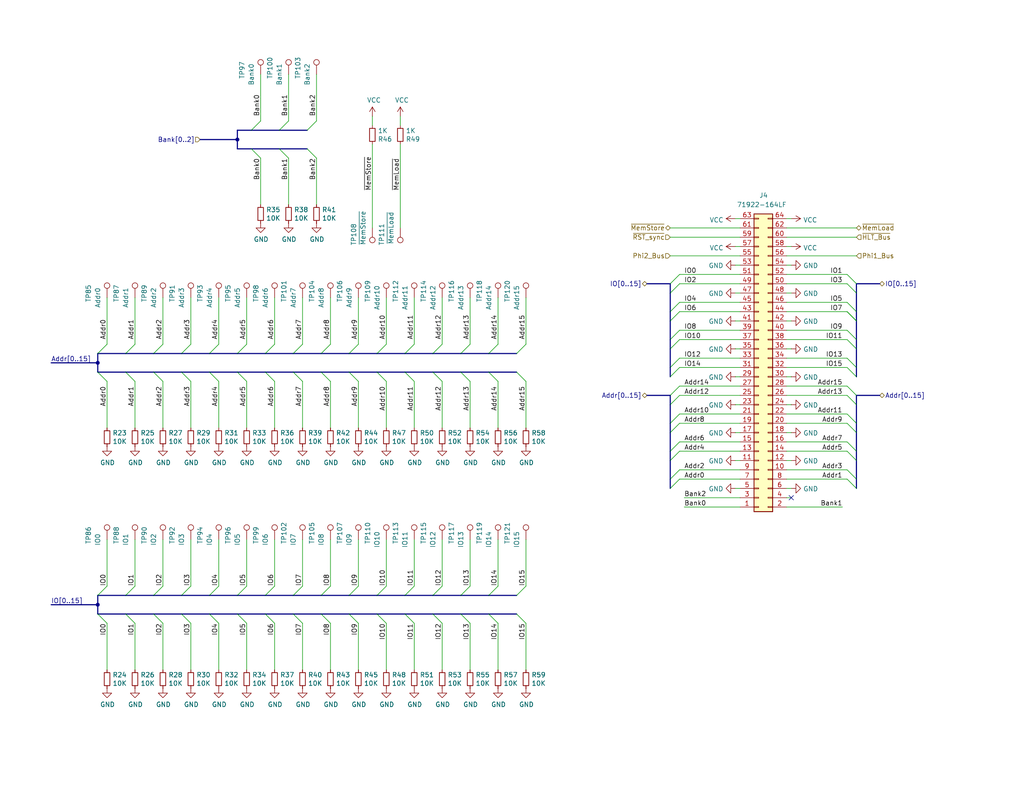
<source format=kicad_sch>
(kicad_sch (version 20250114) (generator "eeschema") (generator_version "9.0")
  (paper "USLetter")
  (title_block (title "System Bus Connector") (date "2025-07-11") (rev "A") (comment 4 "Peripheral devices on separate boards connect to the system bus here."))
  (junction (at 26.67 165.1))
  (junction (at 64.77 38.1))
  (junction (at 26.67 99.06))
  (no_connect (at 215.9 135.89))
  (bus_entry (at 86.36 43.18) (size -2.54 -2.54))
  (bus_entry (at 128.27 160.02) (size -2.54 2.54))
  (bus_entry (at 59.69 160.02) (size -2.54 2.54))
  (bus_entry (at 135.89 170.18) (size -2.54 -2.54))
  (bus_entry (at 185.42 97.79) (size -2.54 2.54))
  (bus_entry (at 231.14 74.93) (size 2.54 2.54))
  (bus_entry (at 71.12 43.18) (size -2.54 -2.54))
  (bus_entry (at 233.68 125.73) (size -2.54 -2.54))
  (bus_entry (at 185.42 105.41) (size -2.54 2.54))
  (bus_entry (at 78.74 33.02) (size -2.54 2.54))
  (bus_entry (at 90.17 93.98) (size -2.54 2.54))
  (bus_entry (at 233.68 115.57) (size -2.54 -2.54))
  (bus_entry (at 185.42 77.47) (size -2.54 2.54))
  (bus_entry (at 185.42 128.27) (size -2.54 2.54))
  (bus_entry (at 82.55 104.14) (size -2.54 -2.54))
  (bus_entry (at 82.55 93.98) (size -2.54 2.54))
  (bus_entry (at 135.89 93.98) (size -2.54 2.54))
  (bus_entry (at 105.41 160.02) (size -2.54 2.54))
  (bus_entry (at 52.07 170.18) (size -2.54 -2.54))
  (bus_entry (at 36.83 104.14) (size -2.54 -2.54))
  (bus_entry (at 90.17 160.02) (size -2.54 2.54))
  (bus_entry (at 29.21 104.14) (size -2.54 -2.54))
  (bus_entry (at 233.68 118.11) (size -2.54 -2.54))
  (bus_entry (at 97.79 104.14) (size -2.54 -2.54))
  (bus_entry (at 78.74 43.18) (size -2.54 -2.54))
  (bus_entry (at 113.03 160.02) (size -2.54 2.54))
  (bus_entry (at 135.89 104.14) (size -2.54 -2.54))
  (bus_entry (at 97.79 170.18) (size -2.54 -2.54))
  (bus_entry (at 231.14 85.09) (size 2.54 2.54))
  (bus_entry (at 52.07 104.14) (size -2.54 -2.54))
  (bus_entry (at 67.31 160.02) (size -2.54 2.54))
  (bus_entry (at 44.45 104.14) (size -2.54 -2.54))
  (bus_entry (at 44.45 93.98) (size -2.54 2.54))
  (bus_entry (at 67.31 93.98) (size -2.54 2.54))
  (bus_entry (at 97.79 93.98) (size -2.54 2.54))
  (bus_entry (at 29.21 93.98) (size -2.54 2.54))
  (bus_entry (at 113.03 170.18) (size -2.54 -2.54))
  (bus_entry (at 44.45 160.02) (size -2.54 2.54))
  (bus_entry (at 185.42 82.55) (size -2.54 2.54))
  (bus_entry (at 128.27 104.14) (size -2.54 -2.54))
  (bus_entry (at 29.21 160.02) (size -2.54 2.54))
  (bus_entry (at 71.12 33.02) (size -2.54 2.54))
  (bus_entry (at 233.68 130.81) (size -2.54 -2.54))
  (bus_entry (at 231.14 85.09) (size 2.54 2.54))
  (bus_entry (at 233.68 110.49) (size -2.54 -2.54))
  (bus_entry (at 36.83 160.02) (size -2.54 2.54))
  (bus_entry (at 231.14 97.79) (size 2.54 2.54))
  (bus_entry (at 185.42 130.81) (size -2.54 2.54))
  (bus_entry (at 74.93 93.98) (size -2.54 2.54))
  (bus_entry (at 185.42 107.95) (size -2.54 2.54))
  (bus_entry (at 143.51 160.02) (size -2.54 2.54))
  (bus_entry (at 59.69 104.14) (size -2.54 -2.54))
  (bus_entry (at 185.42 100.33) (size -2.54 2.54))
  (bus_entry (at 231.14 82.55) (size 2.54 2.54))
  (bus_entry (at 52.07 93.98) (size -2.54 2.54))
  (bus_entry (at 143.51 93.98) (size -2.54 2.54))
  (bus_entry (at 120.65 160.02) (size -2.54 2.54))
  (bus_entry (at 231.14 90.17) (size 2.54 2.54))
  (bus_entry (at 185.42 113.03) (size -2.54 2.54))
  (bus_entry (at 185.42 92.71) (size -2.54 2.54))
  (bus_entry (at 59.69 93.98) (size -2.54 2.54))
  (bus_entry (at 97.79 160.02) (size -2.54 2.54))
  (bus_entry (at 143.51 170.18) (size -2.54 -2.54))
  (bus_entry (at 185.42 120.65) (size -2.54 2.54))
  (bus_entry (at 74.93 104.14) (size -2.54 -2.54))
  (bus_entry (at 90.17 170.18) (size -2.54 -2.54))
  (bus_entry (at 86.36 33.02) (size -2.54 2.54))
  (bus_entry (at 105.41 104.14) (size -2.54 -2.54))
  (bus_entry (at 233.68 133.35) (size -2.54 -2.54))
  (bus_entry (at 82.55 170.18) (size -2.54 -2.54))
  (bus_entry (at 82.55 160.02) (size -2.54 2.54))
  (bus_entry (at 67.31 104.14) (size -2.54 -2.54))
  (bus_entry (at 128.27 170.18) (size -2.54 -2.54))
  (bus_entry (at 59.69 170.18) (size -2.54 -2.54))
  (bus_entry (at 120.65 104.14) (size -2.54 -2.54))
  (bus_entry (at 231.14 100.33) (size 2.54 2.54))
  (bus_entry (at 44.45 170.18) (size -2.54 -2.54))
  (bus_entry (at 233.68 107.95) (size -2.54 -2.54))
  (bus_entry (at 105.41 170.18) (size -2.54 -2.54))
  (bus_entry (at 185.42 90.17) (size -2.54 2.54))
  (bus_entry (at 231.14 77.47) (size 2.54 2.54))
  (bus_entry (at 185.42 123.19) (size -2.54 2.54))
  (bus_entry (at 185.42 115.57) (size -2.54 2.54))
  (bus_entry (at 231.14 92.71) (size 2.54 2.54))
  (bus_entry (at 135.89 160.02) (size -2.54 2.54))
  (bus_entry (at 233.68 123.19) (size -2.54 -2.54))
  (bus_entry (at 52.07 160.02) (size -2.54 2.54))
  (bus_entry (at 67.31 170.18) (size -2.54 -2.54))
  (bus_entry (at 74.93 160.02) (size -2.54 2.54))
  (bus_entry (at 113.03 104.14) (size -2.54 -2.54))
  (bus_entry (at 128.27 93.98) (size -2.54 2.54))
  (bus_entry (at 36.83 170.18) (size -2.54 -2.54))
  (bus_entry (at 90.17 104.14) (size -2.54 -2.54))
  (bus_entry (at 29.21 170.18) (size -2.54 -2.54))
  (bus_entry (at 185.42 85.09) (size -2.54 2.54))
  (bus_entry (at 120.65 93.98) (size -2.54 2.54))
  (bus_entry (at 105.41 93.98) (size -2.54 2.54))
  (bus_entry (at 36.83 93.98) (size -2.54 2.54))
  (bus_entry (at 113.03 93.98) (size -2.54 2.54))
  (bus_entry (at 185.42 74.93) (size -2.54 2.54))
  (bus_entry (at 143.51 104.14) (size -2.54 -2.54))
  (bus_entry (at 120.65 170.18) (size -2.54 -2.54))
  (bus_entry (at 74.93 170.18) (size -2.54 -2.54))
  (bus (pts (xy 102.87 167.64) (xy 110.49 167.64)))
  (bus (pts (xy 57.15 162.56) (xy 64.77 162.56)))
  (bus (pts (xy 110.49 101.6) (xy 118.11 101.6)))
  (wire (pts (xy 185.42 113.03) (xy 201.93 113.03)))
  (bus (pts (xy 233.68 125.73) (xy 233.68 130.81)))
  (wire (pts (xy 215.9 95.25) (xy 214.63 95.25)))
  (bus (pts (xy 182.88 80.01) (xy 182.88 85.09)))
  (wire (pts (xy 214.63 100.33) (xy 231.14 100.33)))
  (wire (pts (xy 113.03 93.98) (xy 113.03 81.28)))
  (wire (pts (xy 214.63 97.79) (xy 231.14 97.79)))
  (bus (pts (xy 182.88 92.71) (xy 182.88 95.25)))
  (wire (pts (xy 231.14 120.65) (xy 214.63 120.65)))
  (bus (pts (xy 54.61 38.1) (xy 64.77 38.1)))
  (wire (pts (xy 59.69 104.14) (xy 59.69 116.84)))
  (bus (pts (xy 26.67 167.64) (xy 34.29 167.64)))
  (wire (pts (xy 229.87 138.43) (xy 214.63 138.43)))
  (bus (pts (xy 87.63 167.64) (xy 95.25 167.64)))
  (bus (pts (xy 133.35 96.52) (xy 140.97 96.52)))
  (bus (pts (xy 68.58 35.56) (xy 64.77 35.56)))
  (wire (pts (xy 97.79 160.02) (xy 97.79 147.32)))
  (bus (pts (xy 182.88 115.57) (xy 182.88 118.11)))
  (bus (pts (xy 233.68 107.95) (xy 233.68 110.49)))
  (bus (pts (xy 64.77 96.52) (xy 72.39 96.52)))
  (wire (pts (xy 71.12 43.18) (xy 71.12 55.88)))
  (bus (pts (xy 26.67 101.6) (xy 26.67 99.06)))
  (wire (pts (xy 135.89 160.02) (xy 135.89 147.32)))
  (bus (pts (xy 118.11 101.6) (xy 125.73 101.6)))
  (wire (pts (xy 101.6 62.23) (xy 101.6 39.37)))
  (wire (pts (xy 185.42 77.47) (xy 201.93 77.47)))
  (wire (pts (xy 113.03 104.14) (xy 113.03 116.84)))
  (bus (pts (xy 233.68 130.81) (xy 233.68 133.35)))
  (bus (pts (xy 64.77 35.56) (xy 64.77 38.1)))
  (wire (pts (xy 233.68 69.85) (xy 214.63 69.85)))
  (wire (pts (xy 90.17 160.02) (xy 90.17 147.32)))
  (wire (pts (xy 200.66 59.69) (xy 201.93 59.69)))
  (bus (pts (xy 233.68 118.11) (xy 233.68 123.19)))
  (wire (pts (xy 97.79 170.18) (xy 97.79 182.88)))
  (bus (pts (xy 80.01 96.52) (xy 87.63 96.52)))
  (wire (pts (xy 82.55 160.02) (xy 82.55 147.32)))
  (bus (pts (xy 80.01 167.64) (xy 87.63 167.64)))
  (bus (pts (xy 182.88 130.81) (xy 182.88 133.35)))
  (wire (pts (xy 215.9 118.11) (xy 214.63 118.11)))
  (wire (pts (xy 90.17 93.98) (xy 90.17 81.28)))
  (wire (pts (xy 105.41 160.02) (xy 105.41 147.32)))
  (bus (pts (xy 64.77 38.1) (xy 64.77 40.64)))
  (bus (pts (xy 41.91 101.6) (xy 49.53 101.6)))
  (bus (pts (xy 41.91 96.52) (xy 49.53 96.52)))
  (bus (pts (xy 49.53 167.64) (xy 57.15 167.64)))
  (wire (pts (xy 185.42 115.57) (xy 201.93 115.57)))
  (bus (pts (xy 49.53 162.56) (xy 57.15 162.56)))
  (bus (pts (xy 240.03 107.95) (xy 233.68 107.95)))
  (wire (pts (xy 185.42 92.71) (xy 201.93 92.71)))
  (wire (pts (xy 128.27 160.02) (xy 128.27 147.32)))
  (wire (pts (xy 90.17 104.14) (xy 90.17 116.84)))
  (wire (pts (xy 200.66 125.73) (xy 201.93 125.73)))
  (bus (pts (xy 76.2 40.64) (xy 83.82 40.64)))
  (wire (pts (xy 200.66 110.49) (xy 201.93 110.49)))
  (wire (pts (xy 185.42 97.79) (xy 201.93 97.79)))
  (wire (pts (xy 185.42 82.55) (xy 201.93 82.55)))
  (bus (pts (xy 26.67 99.06) (xy 26.67 96.52)))
  (wire (pts (xy 185.42 74.93) (xy 201.93 74.93)))
  (bus (pts (xy 240.03 77.47) (xy 233.68 77.47)))
  (bus (pts (xy 182.88 87.63) (xy 182.88 92.71)))
  (wire (pts (xy 120.65 93.98) (xy 120.65 81.28)))
  (wire (pts (xy 29.21 160.02) (xy 29.21 147.32)))
  (bus (pts (xy 80.01 162.56) (xy 87.63 162.56)))
  (bus (pts (xy 233.68 92.71) (xy 233.68 95.25)))
  (wire (pts (xy 74.93 170.18) (xy 74.93 182.88)))
  (wire (pts (xy 29.21 170.18) (xy 29.21 182.88)))
  (bus (pts (xy 182.88 85.09) (xy 182.88 87.63)))
  (bus (pts (xy 182.88 125.73) (xy 182.88 130.81)))
  (bus (pts (xy 102.87 162.56) (xy 110.49 162.56)))
  (wire (pts (xy 97.79 104.14) (xy 97.79 116.84)))
  (wire (pts (xy 52.07 170.18) (xy 52.07 182.88)))
  (bus (pts (xy 176.53 107.95) (xy 182.88 107.95)))
  (bus (pts (xy 95.25 96.52) (xy 102.87 96.52)))
  (bus (pts (xy 57.15 96.52) (xy 64.77 96.52)))
  (bus (pts (xy 125.73 167.64) (xy 133.35 167.64)))
  (wire (pts (xy 44.45 160.02) (xy 44.45 147.32)))
  (wire (pts (xy 182.88 69.85) (xy 201.93 69.85)))
  (wire (pts (xy 128.27 104.14) (xy 128.27 116.84)))
  (wire (pts (xy 231.14 130.81) (xy 214.63 130.81)))
  (wire (pts (xy 201.93 120.65) (xy 185.42 120.65)))
  (wire (pts (xy 200.66 118.11) (xy 201.93 118.11)))
  (wire (pts (xy 44.45 170.18) (xy 44.45 182.88)))
  (wire (pts (xy 200.66 80.01) (xy 201.93 80.01)))
  (bus (pts (xy 64.77 162.56) (xy 72.39 162.56)))
  (bus (pts (xy 233.68 95.25) (xy 233.68 100.33)))
  (wire (pts (xy 67.31 160.02) (xy 67.31 147.32)))
  (wire (pts (xy 214.63 113.03) (xy 231.14 113.03)))
  (wire (pts (xy 52.07 160.02) (xy 52.07 147.32)))
  (wire (pts (xy 82.55 170.18) (xy 82.55 182.88)))
  (bus (pts (xy 118.11 167.64) (xy 125.73 167.64)))
  (bus (pts (xy 182.88 95.25) (xy 182.88 100.33)))
  (wire (pts (xy 143.51 160.02) (xy 143.51 147.32)))
  (bus (pts (xy 13.97 165.1) (xy 26.67 165.1)))
  (wire (pts (xy 215.9 102.87) (xy 214.63 102.87)))
  (bus (pts (xy 233.68 115.57) (xy 233.68 118.11)))
  (bus (pts (xy 57.15 167.64) (xy 64.77 167.64)))
  (wire (pts (xy 215.9 80.01) (xy 214.63 80.01)))
  (wire (pts (xy 214.63 123.19) (xy 231.14 123.19)))
  (wire (pts (xy 200.66 95.25) (xy 201.93 95.25)))
  (bus (pts (xy 26.67 96.52) (xy 34.29 96.52)))
  (bus (pts (xy 34.29 162.56) (xy 41.91 162.56)))
  (bus (pts (xy 233.68 110.49) (xy 233.68 115.57)))
  (bus (pts (xy 176.53 77.47) (xy 182.88 77.47)))
  (bus (pts (xy 125.73 96.52) (xy 133.35 96.52)))
  (wire (pts (xy 231.14 105.41) (xy 214.63 105.41)))
  (wire (pts (xy 113.03 170.18) (xy 113.03 182.88)))
  (wire (pts (xy 36.83 160.02) (xy 36.83 147.32)))
  (wire (pts (xy 185.42 105.41) (xy 201.93 105.41)))
  (wire (pts (xy 214.63 85.09) (xy 231.14 85.09)))
  (wire (pts (xy 200.66 133.35) (xy 201.93 133.35)))
  (bus (pts (xy 26.67 101.6) (xy 34.29 101.6)))
  (wire (pts (xy 231.14 128.27) (xy 214.63 128.27)))
  (bus (pts (xy 95.25 167.64) (xy 102.87 167.64)))
  (wire (pts (xy 214.63 90.17) (xy 231.14 90.17)))
  (wire (pts (xy 120.65 170.18) (xy 120.65 182.88)))
  (bus (pts (xy 182.88 107.95) (xy 182.88 110.49)))
  (bus (pts (xy 76.2 35.56) (xy 68.58 35.56)))
  (wire (pts (xy 231.14 107.95) (xy 214.63 107.95)))
  (wire (pts (xy 59.69 170.18) (xy 59.69 182.88)))
  (wire (pts (xy 185.42 90.17) (xy 201.93 90.17)))
  (wire (pts (xy 67.31 170.18) (xy 67.31 182.88)))
  (bus (pts (xy 72.39 96.52) (xy 80.01 96.52)))
  (bus (pts (xy 110.49 162.56) (xy 118.11 162.56)))
  (bus (pts (xy 110.49 167.64) (xy 118.11 167.64)))
  (wire (pts (xy 78.74 43.18) (xy 78.74 55.88)))
  (wire (pts (xy 214.63 59.69) (xy 215.9 59.69)))
  (bus (pts (xy 87.63 96.52) (xy 95.25 96.52)))
  (wire (pts (xy 231.14 74.93) (xy 214.63 74.93)))
  (wire (pts (xy 105.41 104.14) (xy 105.41 116.84)))
  (wire (pts (xy 82.55 104.14) (xy 82.55 116.84)))
  (wire (pts (xy 74.93 104.14) (xy 74.93 116.84)))
  (wire (pts (xy 200.66 67.31) (xy 201.93 67.31)))
  (wire (pts (xy 185.42 128.27) (xy 201.93 128.27)))
  (bus (pts (xy 49.53 96.52) (xy 57.15 96.52)))
  (bus (pts (xy 13.97 99.06) (xy 26.67 99.06)))
  (wire (pts (xy 182.88 62.23) (xy 201.93 62.23)))
  (bus (pts (xy 83.82 35.56) (xy 76.2 35.56)))
  (wire (pts (xy 215.9 67.31) (xy 214.63 67.31)))
  (bus (pts (xy 233.68 100.33) (xy 233.68 102.87)))
  (wire (pts (xy 36.83 170.18) (xy 36.83 182.88)))
  (wire (pts (xy 214.63 92.71) (xy 231.14 92.71)))
  (bus (pts (xy 34.29 167.64) (xy 41.91 167.64)))
  (wire (pts (xy 135.89 104.14) (xy 135.89 116.84)))
  (wire (pts (xy 143.51 104.14) (xy 143.51 116.84)))
  (bus (pts (xy 72.39 162.56) (xy 80.01 162.56)))
  (wire (pts (xy 200.66 87.63) (xy 201.93 87.63)))
  (wire (pts (xy 215.9 87.63) (xy 214.63 87.63)))
  (wire (pts (xy 59.69 160.02) (xy 59.69 147.32)))
  (bus (pts (xy 26.67 167.64) (xy 26.67 165.1)))
  (bus (pts (xy 118.11 96.52) (xy 125.73 96.52)))
  (wire (pts (xy 201.93 130.81) (xy 185.42 130.81)))
  (bus (pts (xy 233.68 77.47) (xy 233.68 80.01)))
  (wire (pts (xy 82.55 93.98) (xy 82.55 81.28)))
  (bus (pts (xy 118.11 162.56) (xy 125.73 162.56)))
  (bus (pts (xy 182.88 100.33) (xy 182.88 102.87)))
  (wire (pts (xy 71.12 33.02) (xy 71.12 20.32)))
  (wire (pts (xy 101.6 31.75) (xy 101.6 34.29)))
  (bus (pts (xy 133.35 167.64) (xy 140.97 167.64)))
  (wire (pts (xy 36.83 104.14) (xy 36.83 116.84)))
  (bus (pts (xy 34.29 101.6) (xy 41.91 101.6)))
  (wire (pts (xy 97.79 93.98) (xy 97.79 81.28)))
  (wire (pts (xy 143.51 93.98) (xy 143.51 81.28)))
  (bus (pts (xy 72.39 101.6) (xy 80.01 101.6)))
  (wire (pts (xy 128.27 170.18) (xy 128.27 182.88)))
  (wire (pts (xy 128.27 93.98) (xy 128.27 81.28)))
  (bus (pts (xy 34.29 96.52) (xy 41.91 96.52)))
  (wire (pts (xy 109.22 31.75) (xy 109.22 34.29)))
  (wire (pts (xy 201.93 64.77) (xy 182.88 64.77)))
  (bus (pts (xy 102.87 96.52) (xy 110.49 96.52)))
  (wire (pts (xy 215.9 135.89) (xy 214.63 135.89)))
  (wire (pts (xy 113.03 160.02) (xy 113.03 147.32)))
  (bus (pts (xy 64.77 101.6) (xy 72.39 101.6)))
  (bus (pts (xy 182.88 110.49) (xy 182.88 115.57)))
  (bus (pts (xy 87.63 101.6) (xy 95.25 101.6)))
  (bus (pts (xy 133.35 162.56) (xy 140.97 162.56)))
  (wire (pts (xy 67.31 104.14) (xy 67.31 116.84)))
  (wire (pts (xy 120.65 160.02) (xy 120.65 147.32)))
  (wire (pts (xy 233.68 62.23) (xy 214.63 62.23)))
  (bus (pts (xy 125.73 101.6) (xy 133.35 101.6)))
  (wire (pts (xy 44.45 93.98) (xy 44.45 81.28)))
  (wire (pts (xy 215.9 125.73) (xy 214.63 125.73)))
  (bus (pts (xy 110.49 96.52) (xy 118.11 96.52)))
  (wire (pts (xy 200.66 102.87) (xy 201.93 102.87)))
  (wire (pts (xy 185.42 123.19) (xy 201.93 123.19)))
  (bus (pts (xy 41.91 167.64) (xy 49.53 167.64)))
  (wire (pts (xy 201.93 107.95) (xy 185.42 107.95)))
  (bus (pts (xy 233.68 87.63) (xy 233.68 92.71)))
  (bus (pts (xy 49.53 101.6) (xy 57.15 101.6)))
  (bus (pts (xy 72.39 167.64) (xy 80.01 167.64)))
  (bus (pts (xy 57.15 101.6) (xy 64.77 101.6)))
  (wire (pts (xy 74.93 93.98) (xy 74.93 81.28)))
  (bus (pts (xy 233.68 85.09) (xy 233.68 87.63)))
  (bus (pts (xy 233.68 80.01) (xy 233.68 85.09)))
  (bus (pts (xy 26.67 165.1) (xy 26.67 162.56)))
  (wire (pts (xy 86.36 43.18) (xy 86.36 55.88)))
  (wire (pts (xy 231.14 115.57) (xy 214.63 115.57)))
  (bus (pts (xy 102.87 101.6) (xy 110.49 101.6)))
  (bus (pts (xy 64.77 167.64) (xy 72.39 167.64)))
  (wire (pts (xy 135.89 170.18) (xy 135.89 182.88)))
  (bus (pts (xy 133.35 101.6) (xy 140.97 101.6)))
  (bus (pts (xy 80.01 101.6) (xy 87.63 101.6)))
  (wire (pts (xy 143.51 170.18) (xy 143.51 182.88)))
  (bus (pts (xy 95.25 101.6) (xy 102.87 101.6)))
  (wire (pts (xy 36.83 93.98) (xy 36.83 81.28)))
  (wire (pts (xy 215.9 72.39) (xy 214.63 72.39)))
  (wire (pts (xy 185.42 100.33) (xy 201.93 100.33)))
  (wire (pts (xy 214.63 82.55) (xy 231.14 82.55)))
  (wire (pts (xy 44.45 104.14) (xy 44.45 116.84)))
  (bus (pts (xy 41.91 162.56) (xy 49.53 162.56)))
  (wire (pts (xy 109.22 62.23) (xy 109.22 39.37)))
  (wire (pts (xy 231.14 77.47) (xy 214.63 77.47)))
  (wire (pts (xy 105.41 93.98) (xy 105.41 81.28)))
  (wire (pts (xy 120.65 104.14) (xy 120.65 116.84)))
  (wire (pts (xy 135.89 93.98) (xy 135.89 81.28)))
  (wire (pts (xy 67.31 93.98) (xy 67.31 81.28)))
  (bus (pts (xy 26.67 162.56) (xy 34.29 162.56)))
  (wire (pts (xy 29.21 93.98) (xy 29.21 81.28)))
  (wire (pts (xy 52.07 93.98) (xy 52.07 81.28)))
  (wire (pts (xy 233.68 64.77) (xy 214.63 64.77)))
  (wire (pts (xy 105.41 170.18) (xy 105.41 182.88)))
  (bus (pts (xy 182.88 118.11) (xy 182.88 123.19)))
  (wire (pts (xy 86.36 33.02) (xy 86.36 20.32)))
  (wire (pts (xy 185.42 85.09) (xy 201.93 85.09)))
  (wire (pts (xy 90.17 170.18) (xy 90.17 182.88)))
  (bus (pts (xy 95.25 162.56) (xy 102.87 162.56)))
  (bus (pts (xy 87.63 162.56) (xy 95.25 162.56)))
  (bus (pts (xy 68.58 40.64) (xy 76.2 40.64)))
  (bus (pts (xy 125.73 162.56) (xy 133.35 162.56)))
  (wire (pts (xy 52.07 104.14) (xy 52.07 116.84)))
  (wire (pts (xy 215.9 133.35) (xy 214.63 133.35)))
  (wire (pts (xy 29.21 104.14) (xy 29.21 116.84)))
  (wire (pts (xy 215.9 110.49) (xy 214.63 110.49)))
  (wire (pts (xy 78.74 33.02) (xy 78.74 20.32)))
  (wire (pts (xy 186.69 135.89) (xy 201.93 135.89)))
  (wire (pts (xy 59.69 93.98) (xy 59.69 81.28)))
  (bus (pts (xy 182.88 77.47) (xy 182.88 80.01)))
  (bus (pts (xy 182.88 123.19) (xy 182.88 125.73)))
  (bus (pts (xy 233.68 123.19) (xy 233.68 125.73)))
  (wire (pts (xy 200.66 72.39) (xy 201.93 72.39)))
  (wire (pts (xy 74.93 160.02) (xy 74.93 147.32)))
  (bus (pts (xy 64.77 40.64) (xy 68.58 40.64)))
  (wire (pts (xy 186.69 138.43) (xy 201.93 138.43)))
  (label "Addr8" (at 90.17 92.71 90))
  (label "Addr0" (at 29.21 105.41 270))
  (label "Bank0" (at 186.69 138.43 0))
  (label "IO5" (at 67.31 170.18 270))
  (label "Addr10" (at 105.41 105.41 270))
  (label "Addr13" (at 128.27 92.71 90))
  (label "IO11" (at 113.03 160.02 90))
  (label "Bank1" (at 229.87 138.43 180))
  (label "IO0" (at 29.21 170.18 270))
  (label "Addr13" (at 229.87 107.95 180))
  (label "Addr15" (at 143.51 92.71 90))
  (label "IO9" (at 97.79 170.18 270))
  (label "Addr15" (at 143.51 105.41 270))
  (label "Bank0" (at 71.12 43.18 270))
  (label "Bank2" (at 86.36 31.75 90))
  (label "Addr2" (at 44.45 105.41 270))
  (label "Addr5" (at 67.31 105.41 270))
  (label "IO1" (at 36.83 160.02 90))
  (label "Addr13" (at 128.27 105.41 270))
  (label "Addr7" (at 82.55 92.71 90))
  (label "Addr3" (at 52.07 92.71 90))
  (label "Addr10" (at 105.41 92.71 90))
  (label "Addr11" (at 113.03 105.41 270))
  (label "Addr6" (at 74.93 92.71 90))
  (label "IO8" (at 90.17 170.18 270))
  (label "Addr4" (at 186.69 123.19 0))
  (label "IO10" (at 186.69 92.71 0))
  (label "IO6" (at 186.69 85.09 0))
  (label "IO15" (at 143.51 170.18 270))
  (label "IO6" (at 74.93 170.18 270))
  (label "Addr4" (at 59.69 105.41 270))
  (label "Bank2" (at 186.69 135.89 0))
  (label "IO7" (at 82.55 160.02 90))
  (label "Addr14" (at 135.89 105.41 270))
  (label "Addr8" (at 186.69 115.57 0))
  (label "Addr7" (at 229.87 120.65 180))
  (label "IO7" (at 229.87 85.09 180))
  (label "Addr3" (at 52.07 105.41 270))
  (label "Addr7" (at 82.55 105.41 270))
  (label "Addr1" (at 229.87 130.81 180))
  (label "Addr6" (at 74.93 105.41 270))
  (label "IO7" (at 82.55 170.18 270))
  (label "Addr5" (at 229.87 123.19 180))
  (label "IO1" (at 36.83 170.18 270))
  (label "IO0" (at 186.69 74.93 0))
  (label "IO0" (at 29.21 160.02 90))
  (label "Addr15" (at 229.87 105.41 180))
  (label "~{MemStore}" (at 101.6 52.07 90))
  (label "Addr14" (at 186.69 105.41 0))
  (label "Addr9" (at 229.87 115.57 180))
  (label "IO13" (at 128.27 170.18 270))
  (label "IO11" (at 113.03 170.18 270))
  (label "IO5" (at 229.87 82.55 180))
  (label "Addr9" (at 97.79 105.41 270))
  (label "Addr5" (at 67.31 92.71 90))
  (label "IO6" (at 74.93 160.02 90))
  (label "IO9" (at 97.79 160.02 90))
  (label "IO4" (at 59.69 160.02 90))
  (label "IO15" (at 229.87 100.33 180))
  (label "Addr12" (at 186.69 107.95 0))
  (label "IO12" (at 120.65 160.02 90))
  (label "Addr0" (at 186.69 130.81 0))
  (label "IO2" (at 186.69 77.47 0))
  (label "IO9" (at 229.87 90.17 180))
  (label "IO14" (at 135.89 160.02 90))
  (label "IO11" (at 229.87 92.71 180))
  (label "Bank1" (at 78.74 43.18 270))
  (label "Addr2" (at 44.45 92.71 90))
  (label "IO2" (at 44.45 160.02 90))
  (label "IO10" (at 105.41 170.18 270))
  (label "Addr8" (at 90.17 105.41 270))
  (label "Addr6" (at 186.69 120.65 0))
  (label "IO3" (at 52.07 160.02 90))
  (label "Addr12" (at 120.65 92.71 90))
  (label "IO13" (at 229.87 97.79 180))
  (label "Addr4" (at 59.69 92.71 90))
  (label "Addr11" (at 113.03 92.71 90))
  (label "IO10" (at 105.41 160.02 90))
  (label "IO4" (at 186.69 82.55 0))
  (label "IO3" (at 229.87 77.47 180))
  (label "IO8" (at 186.69 90.17 0))
  (label "Addr14" (at 135.89 92.71 90))
  (label "~{MemLoad}" (at 109.22 52.07 90))
  (label "IO14" (at 186.69 100.33 0))
  (label "Bank2" (at 86.36 43.18 270))
  (label "Addr12" (at 120.65 105.41 270))
  (label "Addr[0..15]" (at 13.97 99.06 0))
  (label "IO15" (at 143.51 160.02 90))
  (label "Addr0" (at 29.21 92.71 90))
  (label "IO4" (at 59.69 170.18 270))
  (label "Addr10" (at 186.69 113.03 0))
  (label "IO2" (at 44.45 170.18 270))
  (label "IO8" (at 90.17 160.02 90))
  (label "Bank0" (at 71.12 31.75 90))
  (label "IO14" (at 135.89 170.18 270))
  (label "Addr3" (at 229.87 128.27 180))
  (label "IO12" (at 120.65 170.18 270))
  (label "IO5" (at 67.31 160.02 90))
  (label "IO[0..15]" (at 13.97 165.1 0))
  (label "Addr1" (at 36.83 92.71 90))
  (label "IO3" (at 52.07 170.18 270))
  (label "IO12" (at 186.69 97.79 0))
  (label "Bank1" (at 78.74 31.75 90))
  (label "Addr2" (at 186.69 128.27 0))
  (label "Addr1" (at 36.83 105.41 270))
  (label "Addr11" (at 229.87 113.03 180))
  (label "Addr9" (at 97.79 92.71 90))
  (label "IO1" (at 229.87 74.93 180))
  (label "IO13" (at 128.27 160.02 90))
  (hierarchical_label "~{MemStore}" (shape tri_state) (at 182.88 62.23 180))
  (hierarchical_label "Bank[0..2]" (shape input) (at 54.61 38.1 180))
  (hierarchical_label "~{RST_sync}" (shape input) (at 182.88 64.77 180))
  (hierarchical_label "~{HLT_Bus}" (shape input) (at 233.68 64.77 0))
  (hierarchical_label "IO[0..15]" (shape tri_state) (at 240.03 77.47 0))
  (hierarchical_label "Addr[0..15]" (shape tri_state) (at 176.53 107.95 180))
  (hierarchical_label "~{MemLoad}" (shape tri_state) (at 233.68 62.23 0))
  (hierarchical_label "IO[0..15]" (shape tri_state) (at 176.53 77.47 180))
  (hierarchical_label "Addr[0..15]" (shape tri_state) (at 240.03 107.95 0))
  (hierarchical_label "Phi1_Bus" (shape input) (at 233.68 69.85 0))
  (hierarchical_label "Phi2_Bus" (shape input) (at 182.88 69.85 180))
  (symbol (lib_id "Connector_Generic:Conn_02x32_Odd_Even") (at 207.01 100.33 0) (mirror x) (unit 1)
    (property "Reference" "J4" (at 209.55 53.34 0) (effects (justify right)))
    (property "Value" "71922-164LF" (at 214.63 55.88 0) (effects (justify right)))
    (property "Footprint" "Connector_IDC:IDC-Header_2x32_P2.54mm_Horizontal" (effects (hide yes)))
    (property "Datasheet" "https://cdn.amphenol-cs.com/media/wysiwyg/files/documentation/datasheet/boardwiretoboard/bwb_quickie.pdf" (effects (hide yes)))
    (property "Manufacturer" "Amphenol FCI" (effects (hide yes)))
    (property "Manufacturer#" "71922-164LF" (effects (hide yes)))
    (property "Mouser#" "649-71922-164LF" (effects (hide yes)))
    (property "Digikey#" "609-5971-ND" (effects (hide yes)))
  )
  (symbol (lib_id "power:GND") (at 215.9 133.35 90) (mirror x) (unit 1)
    (property "Reference" "#PWR0464" (effects (hide yes)))
    (property "Value" "GND" (at 219.1512 133.477 90) (effects (justify right)))
    (property "Description" "Power symbol creates a global label with name \"GND\" , ground" (effects (hide yes)))
  )
  (symbol (lib_id "power:GND") (at 215.9 80.01 90) (mirror x) (unit 1)
    (property "Reference" "#PWR0457" (effects (hide yes)))
    (property "Value" "GND" (at 219.1512 80.137 90) (effects (justify right)))
    (property "Description" "Power symbol creates a global label with name \"GND\" , ground" (effects (hide yes)))
  )
  (symbol (lib_id "power:GND") (at 200.66 80.01 270) (unit 1)
    (property "Reference" "#PWR0446" (effects (hide yes)))
    (property "Value" "GND" (at 197.4088 80.137 90) (effects (justify right)))
    (property "Description" "Power symbol creates a global label with name \"GND\" , ground" (effects (hide yes)))
  )
  (symbol (lib_id "power:VCC") (at 215.9 59.69 270) (unit 1)
    (property "Reference" "#PWR0454" (effects (hide yes)))
    (property "Value" "VCC" (at 219.1512 60.071 90) (effects (justify left)))
    (property "Description" "Power symbol creates a global label with name \"VCC\"" (effects (hide yes)))
  )
  (symbol (lib_id "power:VCC") (at 200.66 59.69 90) (mirror x) (unit 1)
    (property "Reference" "#PWR0443" (effects (hide yes)))
    (property "Value" "VCC" (at 197.4342 60.071 90) (effects (justify left)))
    (property "Description" "Power symbol creates a global label with name \"VCC\"" (effects (hide yes)))
  )
  (symbol (lib_id "power:GND") (at 71.12 60.96 0) (unit 1)
    (property "Reference" "#PWR0418" (effects (hide yes)))
    (property "Value" "GND" (at 71.247 65.3542 0))
    (property "Description" "Power symbol creates a global label with name \"GND\" , ground" (effects (hide yes)))
  )
  (symbol (lib_id "power:GND") (at 78.74 60.96 0) (unit 1)
    (property "Reference" "#PWR0421" (effects (hide yes)))
    (property "Value" "GND" (at 78.867 65.3542 0))
    (property "Description" "Power symbol creates a global label with name \"GND\" , ground" (effects (hide yes)))
  )
  (symbol (lib_id "power:GND") (at 86.36 60.96 0) (unit 1)
    (property "Reference" "#PWR0424" (effects (hide yes)))
    (property "Value" "GND" (at 86.487 65.3542 0))
    (property "Description" "Power symbol creates a global label with name \"GND\" , ground" (effects (hide yes)))
  )
  (symbol (lib_id "Device:R_Small") (at 71.12 58.42 0) (unit 1)
    (property "Reference" "R35" (at 72.6186 57.2516 0) (effects (justify left)))
    (property "Value" "10K" (at 72.6186 59.563 0) (effects (justify left)))
    (property "Footprint" "Resistor_SMD:R_0603_1608Metric" (effects (hide yes)))
    (property "Datasheet" "https://www.mouser.com/datasheet/2/54/cr-1858361.pdf" (effects (hide yes)))
    (property "Manufacturer" "Bourns" (effects (hide yes)))
    (property "Manufacturer#" "CR0603-FX-1002ELF" (effects (hide yes)))
    (property "Mouser#" "652-CR0603FX-1002ELF" (effects (hide yes)))
    (property "Digikey#" "CR0603-FX-1002ELFCT-N" (effects (hide yes)))
  )
  (symbol (lib_id "Device:R_Small") (at 78.74 58.42 0) (unit 1)
    (property "Reference" "R38" (at 80.2386 57.2516 0) (effects (justify left)))
    (property "Value" "10K" (at 80.2386 59.563 0) (effects (justify left)))
    (property "Footprint" "Resistor_SMD:R_0603_1608Metric" (effects (hide yes)))
    (property "Datasheet" "https://www.mouser.com/datasheet/2/54/cr-1858361.pdf" (effects (hide yes)))
    (property "Manufacturer" "Bourns" (effects (hide yes)))
    (property "Manufacturer#" "CR0603-FX-1002ELF" (effects (hide yes)))
    (property "Mouser#" "652-CR0603FX-1002ELF" (effects (hide yes)))
    (property "Digikey#" "CR0603-FX-1002ELFCT-N" (effects (hide yes)))
  )
  (symbol (lib_id "Device:R_Small") (at 86.36 58.42 0) (unit 1)
    (property "Reference" "R41" (at 87.8586 57.2516 0) (effects (justify left)))
    (property "Value" "10K" (at 87.8586 59.563 0) (effects (justify left)))
    (property "Footprint" "Resistor_SMD:R_0603_1608Metric" (effects (hide yes)))
    (property "Datasheet" "https://www.mouser.com/datasheet/2/54/cr-1858361.pdf" (effects (hide yes)))
    (property "Manufacturer" "Bourns" (effects (hide yes)))
    (property "Manufacturer#" "CR0603-FX-1002ELF" (effects (hide yes)))
    (property "Mouser#" "652-CR0603FX-1002ELF" (effects (hide yes)))
    (property "Digikey#" "CR0603-FX-1002ELFCT-N" (effects (hide yes)))
  )
  (symbol (lib_id "power:GND") (at 200.66 118.11 270) (unit 1)
    (property "Reference" "#PWR0451" (effects (hide yes)))
    (property "Value" "GND" (at 197.4088 118.237 90) (effects (justify right)))
    (property "Description" "Power symbol creates a global label with name \"GND\" , ground" (effects (hide yes)))
  )
  (symbol (lib_id "power:GND") (at 200.66 133.35 270) (unit 1)
    (property "Reference" "#PWR0453" (effects (hide yes)))
    (property "Value" "GND" (at 197.4088 133.477 90) (effects (justify right)))
    (property "Description" "Power symbol creates a global label with name \"GND\" , ground" (effects (hide yes)))
  )
  (symbol (lib_id "power:GND") (at 200.66 110.49 270) (unit 1)
    (property "Reference" "#PWR0450" (effects (hide yes)))
    (property "Value" "GND" (at 197.4088 110.617 90) (effects (justify right)))
    (property "Description" "Power symbol creates a global label with name \"GND\" , ground" (effects (hide yes)))
  )
  (symbol (lib_id "power:GND") (at 215.9 87.63 90) (mirror x) (unit 1)
    (property "Reference" "#PWR0458" (effects (hide yes)))
    (property "Value" "GND" (at 219.1512 87.757 90) (effects (justify right)))
    (property "Description" "Power symbol creates a global label with name \"GND\" , ground" (effects (hide yes)))
  )
  (symbol (lib_id "power:GND") (at 200.66 87.63 270) (unit 1)
    (property "Reference" "#PWR0447" (effects (hide yes)))
    (property "Value" "GND" (at 197.4088 87.757 90) (effects (justify right)))
    (property "Description" "Power symbol creates a global label with name \"GND\" , ground" (effects (hide yes)))
  )
  (symbol (lib_id "power:GND") (at 200.66 125.73 270) (unit 1)
    (property "Reference" "#PWR0452" (effects (hide yes)))
    (property "Value" "GND" (at 197.4088 125.857 90) (effects (justify right)))
    (property "Description" "Power symbol creates a global label with name \"GND\" , ground" (effects (hide yes)))
  )
  (symbol (lib_id "power:GND") (at 215.9 110.49 90) (mirror x) (unit 1)
    (property "Reference" "#PWR0461" (effects (hide yes)))
    (property "Value" "GND" (at 219.1512 110.617 90) (effects (justify right)))
    (property "Description" "Power symbol creates a global label with name \"GND\" , ground" (effects (hide yes)))
  )
  (symbol (lib_id "power:GND") (at 215.9 118.11 90) (mirror x) (unit 1)
    (property "Reference" "#PWR0462" (effects (hide yes)))
    (property "Value" "GND" (at 219.1512 118.237 90) (effects (justify right)))
    (property "Description" "Power symbol creates a global label with name \"GND\" , ground" (effects (hide yes)))
  )
  (symbol (lib_id "power:GND") (at 215.9 125.73 90) (mirror x) (unit 1)
    (property "Reference" "#PWR0463" (effects (hide yes)))
    (property "Value" "GND" (at 219.1512 125.857 90) (effects (justify right)))
    (property "Description" "Power symbol creates a global label with name \"GND\" , ground" (effects (hide yes)))
  )
  (symbol (lib_id "power:GND") (at 200.66 72.39 270) (unit 1)
    (property "Reference" "#PWR0445" (effects (hide yes)))
    (property "Value" "GND" (at 197.4088 72.517 90) (effects (justify right)))
    (property "Description" "Power symbol creates a global label with name \"GND\" , ground" (effects (hide yes)))
  )
  (symbol (lib_id "power:GND") (at 215.9 72.39 90) (mirror x) (unit 1)
    (property "Reference" "#PWR0456" (effects (hide yes)))
    (property "Value" "GND" (at 219.1512 72.517 90) (effects (justify right)))
    (property "Description" "Power symbol creates a global label with name \"GND\" , ground" (effects (hide yes)))
  )
  (symbol (lib_id "power:GND") (at 200.66 95.25 270) (unit 1)
    (property "Reference" "#PWR0448" (effects (hide yes)))
    (property "Value" "GND" (at 197.4088 95.377 90) (effects (justify right)))
    (property "Description" "Power symbol creates a global label with name \"GND\" , ground" (effects (hide yes)))
  )
  (symbol (lib_id "power:GND") (at 200.66 102.87 270) (unit 1)
    (property "Reference" "#PWR0449" (effects (hide yes)))
    (property "Value" "GND" (at 197.4088 102.997 90) (effects (justify right)))
    (property "Description" "Power symbol creates a global label with name \"GND\" , ground" (effects (hide yes)))
  )
  (symbol (lib_id "power:GND") (at 215.9 95.25 90) (mirror x) (unit 1)
    (property "Reference" "#PWR0459" (effects (hide yes)))
    (property "Value" "GND" (at 219.1512 95.377 90) (effects (justify right)))
    (property "Description" "Power symbol creates a global label with name \"GND\" , ground" (effects (hide yes)))
  )
  (symbol (lib_id "power:GND") (at 215.9 102.87 90) (mirror x) (unit 1)
    (property "Reference" "#PWR0460" (effects (hide yes)))
    (property "Value" "GND" (at 219.1512 102.997 90) (effects (justify right)))
    (property "Description" "Power symbol creates a global label with name \"GND\" , ground" (effects (hide yes)))
  )
  (symbol (lib_id "power:GND") (at 36.83 187.96 0) (unit 1)
    (property "Reference" "#PWR0409" (effects (hide yes)))
    (property "Value" "GND" (at 36.957 192.3542 0))
    (property "Description" "Power symbol creates a global label with name \"GND\" , ground" (effects (hide yes)))
  )
  (symbol (lib_id "Device:R_Small") (at 44.45 119.38 0) (unit 1)
    (property "Reference" "R27" (at 45.9486 118.2116 0) (effects (justify left)))
    (property "Value" "10K" (at 45.9486 120.523 0) (effects (justify left)))
    (property "Footprint" "Resistor_SMD:R_0603_1608Metric" (effects (hide yes)))
    (property "Datasheet" "https://www.mouser.com/datasheet/2/54/cr-1858361.pdf" (effects (hide yes)))
    (property "Manufacturer" "Bourns" (effects (hide yes)))
    (property "Manufacturer#" "CR0603-FX-1002ELF" (effects (hide yes)))
    (property "Mouser#" "652-CR0603FX-1002ELF" (effects (hide yes)))
    (property "Digikey#" "CR0603-FX-1002ELFCT-N" (effects (hide yes)))
  )
  (symbol (lib_id "Connector:TestPoint") (at 135.89 81.28 0) (unit 1) (in_bom no)
    (property "Reference" "TP118" (at 130.81 82.55 90) (effects (justify left)))
    (property "Value" "Addr14" (at 133.35 81.28 90))
    (property "Footprint" "TestPoint:TestPoint_Pad_D1.0mm" (effects (hide yes)))
  )
  (symbol (lib_id "Device:R_Small") (at 113.03 185.42 0) (unit 1)
    (property "Reference" "R51" (at 114.5286 184.2516 0) (effects (justify left)))
    (property "Value" "10K" (at 114.5286 186.563 0) (effects (justify left)))
    (property "Footprint" "Resistor_SMD:R_0603_1608Metric" (effects (hide yes)))
    (property "Datasheet" "https://www.mouser.com/datasheet/2/54/cr-1858361.pdf" (effects (hide yes)))
    (property "Manufacturer" "Bourns" (effects (hide yes)))
    (property "Manufacturer#" "CR0603-FX-1002ELF" (effects (hide yes)))
    (property "Mouser#" "652-CR0603FX-1002ELF" (effects (hide yes)))
    (property "Digikey#" "CR0603-FX-1002ELFCT-N" (effects (hide yes)))
  )
  (symbol (lib_id "power:GND") (at 97.79 187.96 0) (unit 1)
    (property "Reference" "#PWR0428" (effects (hide yes)))
    (property "Value" "GND" (at 97.917 192.3542 0))
    (property "Description" "Power symbol creates a global label with name \"GND\" , ground" (effects (hide yes)))
  )
  (symbol (lib_id "Connector:TestPoint") (at 74.93 147.32 0) (unit 1) (in_bom no)
    (property "Reference" "TP99" (at 69.85 148.59 90) (effects (justify left)))
    (property "Value" "IO6" (at 72.39 147.32 90))
    (property "Footprint" "TestPoint:TestPoint_Pad_D1.0mm" (effects (hide yes)))
  )
  (symbol (lib_id "Connector:TestPoint") (at 52.07 147.32 0) (unit 1) (in_bom no)
    (property "Reference" "TP92" (at 46.99 148.59 90) (effects (justify left)))
    (property "Value" "IO3" (at 49.53 147.32 90))
    (property "Footprint" "TestPoint:TestPoint_Pad_D1.0mm" (effects (hide yes)))
  )
  (symbol (lib_id "power:GND") (at 120.65 187.96 0) (unit 1)
    (property "Reference" "#PWR0436" (effects (hide yes)))
    (property "Value" "GND" (at 120.777 192.3542 0))
    (property "Description" "Power symbol creates a global label with name \"GND\" , ground" (effects (hide yes)))
  )
  (symbol (lib_id "Device:R_Small") (at 59.69 185.42 0) (unit 1)
    (property "Reference" "R32" (at 61.1886 184.2516 0) (effects (justify left)))
    (property "Value" "10K" (at 61.1886 186.563 0) (effects (justify left)))
    (property "Footprint" "Resistor_SMD:R_0603_1608Metric" (effects (hide yes)))
    (property "Datasheet" "https://www.mouser.com/datasheet/2/54/cr-1858361.pdf" (effects (hide yes)))
    (property "Manufacturer" "Bourns" (effects (hide yes)))
    (property "Manufacturer#" "CR0603-FX-1002ELF" (effects (hide yes)))
    (property "Mouser#" "652-CR0603FX-1002ELF" (effects (hide yes)))
    (property "Digikey#" "CR0603-FX-1002ELFCT-N" (effects (hide yes)))
  )
  (symbol (lib_id "Connector:TestPoint") (at 128.27 81.28 0) (unit 1) (in_bom no)
    (property "Reference" "TP116" (at 123.19 82.55 90) (effects (justify left)))
    (property "Value" "Addr13" (at 125.73 81.28 90))
    (property "Footprint" "TestPoint:TestPoint_Pad_D1.0mm" (effects (hide yes)))
  )
  (symbol (lib_id "Connector:TestPoint") (at 113.03 147.32 0) (unit 1) (in_bom no)
    (property "Reference" "TP113" (at 107.95 148.59 90) (effects (justify left)))
    (property "Value" "IO11" (at 110.49 147.32 90))
    (property "Footprint" "TestPoint:TestPoint_Pad_D1.0mm" (effects (hide yes)))
  )
  (symbol (lib_id "Connector:TestPoint") (at 101.6 62.23 0) (mirror x) (unit 1) (in_bom no)
    (property "Reference" "TP108" (at 96.52 60.96 90) (effects (justify left)))
    (property "Value" "~{MemStore}" (at 99.06 62.23 90))
    (property "Footprint" "TestPoint:TestPoint_Pad_D1.0mm" (effects (hide yes)))
  )
  (symbol (lib_id "power:GND") (at 105.41 121.92 0) (unit 1)
    (property "Reference" "#PWR0430" (effects (hide yes)))
    (property "Value" "GND" (at 105.537 126.3142 0))
    (property "Description" "Power symbol creates a global label with name \"GND\" , ground" (effects (hide yes)))
  )
  (symbol (lib_id "power:GND") (at 82.55 187.96 0) (unit 1)
    (property "Reference" "#PWR0423" (effects (hide yes)))
    (property "Value" "GND" (at 82.677 192.3542 0))
    (property "Description" "Power symbol creates a global label with name \"GND\" , ground" (effects (hide yes)))
  )
  (symbol (lib_id "power:GND") (at 29.21 187.96 0) (unit 1)
    (property "Reference" "#PWR0407" (effects (hide yes)))
    (property "Value" "GND" (at 29.337 192.3542 0))
    (property "Description" "Power symbol creates a global label with name \"GND\" , ground" (effects (hide yes)))
  )
  (symbol (lib_id "power:VCC") (at 109.22 31.75 0) (unit 1)
    (property "Reference" "#PWR0432" (effects (hide yes)))
    (property "Value" "VCC" (at 109.6518 27.3558 0))
    (property "Description" "Power symbol creates a global label with name \"VCC\"" (effects (hide yes)))
  )
  (symbol (lib_id "Connector:TestPoint") (at 97.79 81.28 0) (unit 1) (in_bom no)
    (property "Reference" "TP106" (at 92.71 82.55 90) (effects (justify left)))
    (property "Value" "Addr9" (at 95.25 81.28 90))
    (property "Footprint" "TestPoint:TestPoint_Pad_D1.0mm" (effects (hide yes)))
  )
  (symbol (lib_id "power:GND") (at 67.31 121.92 0) (unit 1)
    (property "Reference" "#PWR0416" (effects (hide yes)))
    (property "Value" "GND" (at 67.437 126.3142 0))
    (property "Description" "Power symbol creates a global label with name \"GND\" , ground" (effects (hide yes)))
  )
  (symbol (lib_id "Connector:TestPoint") (at 78.74 20.32 0) (unit 1) (in_bom no)
    (property "Reference" "TP100" (at 73.66 21.59 90) (effects (justify left)))
    (property "Value" "Bank1" (at 76.2 20.32 90))
    (property "Footprint" "TestPoint:TestPoint_Pad_D1.0mm" (effects (hide yes)))
  )
  (symbol (lib_id "Connector:TestPoint") (at 120.65 147.32 0) (unit 1) (in_bom no)
    (property "Reference" "TP115" (at 115.57 148.59 90) (effects (justify left)))
    (property "Value" "IO12" (at 118.11 147.32 90))
    (property "Footprint" "TestPoint:TestPoint_Pad_D1.0mm" (effects (hide yes)))
  )
  (symbol (lib_id "Connector:TestPoint") (at 59.69 81.28 0) (unit 1) (in_bom no)
    (property "Reference" "TP93" (at 54.61 82.55 90) (effects (justify left)))
    (property "Value" "Addr4" (at 57.15 81.28 90))
    (property "Footprint" "TestPoint:TestPoint_Pad_D1.0mm" (effects (hide yes)))
  )
  (symbol (lib_id "power:GND") (at 44.45 121.92 0) (unit 1)
    (property "Reference" "#PWR0410" (effects (hide yes)))
    (property "Value" "GND" (at 44.577 126.3142 0))
    (property "Description" "Power symbol creates a global label with name \"GND\" , ground" (effects (hide yes)))
  )
  (symbol (lib_id "Device:R_Small") (at 105.41 119.38 0) (unit 1)
    (property "Reference" "R47" (at 106.9086 118.2116 0) (effects (justify left)))
    (property "Value" "10K" (at 106.9086 120.523 0) (effects (justify left)))
    (property "Footprint" "Resistor_SMD:R_0603_1608Metric" (effects (hide yes)))
    (property "Datasheet" "https://www.mouser.com/datasheet/2/54/cr-1858361.pdf" (effects (hide yes)))
    (property "Manufacturer" "Bourns" (effects (hide yes)))
    (property "Manufacturer#" "CR0603-FX-1002ELF" (effects (hide yes)))
    (property "Mouser#" "652-CR0603FX-1002ELF" (effects (hide yes)))
    (property "Digikey#" "CR0603-FX-1002ELFCT-N" (effects (hide yes)))
  )
  (symbol (lib_id "power:GND") (at 113.03 121.92 0) (unit 1)
    (property "Reference" "#PWR0433" (effects (hide yes)))
    (property "Value" "GND" (at 113.157 126.3142 0))
    (property "Description" "Power symbol creates a global label with name \"GND\" , ground" (effects (hide yes)))
  )
  (symbol (lib_id "Connector:TestPoint") (at 90.17 81.28 0) (unit 1) (in_bom no)
    (property "Reference" "TP104" (at 85.09 82.55 90) (effects (justify left)))
    (property "Value" "Addr8" (at 87.63 81.28 90))
    (property "Footprint" "TestPoint:TestPoint_Pad_D1.0mm" (effects (hide yes)))
  )
  (symbol (lib_id "power:VCC") (at 215.9 67.31 270) (unit 1)
    (property "Reference" "#PWR0455" (effects (hide yes)))
    (property "Value" "VCC" (at 219.1512 67.691 90) (effects (justify left)))
    (property "Description" "Power symbol creates a global label with name \"VCC\"" (effects (hide yes)))
  )
  (symbol (lib_id "Device:R_Small") (at 44.45 185.42 0) (unit 1)
    (property "Reference" "R28" (at 45.9486 184.2516 0) (effects (justify left)))
    (property "Value" "10K" (at 45.9486 186.563 0) (effects (justify left)))
    (property "Footprint" "Resistor_SMD:R_0603_1608Metric" (effects (hide yes)))
    (property "Datasheet" "https://www.mouser.com/datasheet/2/54/cr-1858361.pdf" (effects (hide yes)))
    (property "Manufacturer" "Bourns" (effects (hide yes)))
    (property "Manufacturer#" "CR0603-FX-1002ELF" (effects (hide yes)))
    (property "Mouser#" "652-CR0603FX-1002ELF" (effects (hide yes)))
    (property "Digikey#" "CR0603-FX-1002ELFCT-N" (effects (hide yes)))
  )
  (symbol (lib_id "Device:R_Small") (at 128.27 185.42 0) (unit 1)
    (property "Reference" "R55" (at 129.7686 184.2516 0) (effects (justify left)))
    (property "Value" "10K" (at 129.7686 186.563 0) (effects (justify left)))
    (property "Footprint" "Resistor_SMD:R_0603_1608Metric" (effects (hide yes)))
    (property "Datasheet" "https://www.mouser.com/datasheet/2/54/cr-1858361.pdf" (effects (hide yes)))
    (property "Manufacturer" "Bourns" (effects (hide yes)))
    (property "Manufacturer#" "CR0603-FX-1002ELF" (effects (hide yes)))
    (property "Mouser#" "652-CR0603FX-1002ELF" (effects (hide yes)))
    (property "Digikey#" "CR0603-FX-1002ELFCT-N" (effects (hide yes)))
  )
  (symbol (lib_id "power:GND") (at 128.27 121.92 0) (unit 1)
    (property "Reference" "#PWR0437" (effects (hide yes)))
    (property "Value" "GND" (at 128.397 126.3142 0))
    (property "Description" "Power symbol creates a global label with name \"GND\" , ground" (effects (hide yes)))
  )
  (symbol (lib_id "power:GND") (at 67.31 187.96 0) (unit 1)
    (property "Reference" "#PWR0417" (effects (hide yes)))
    (property "Value" "GND" (at 67.437 192.3542 0))
    (property "Description" "Power symbol creates a global label with name \"GND\" , ground" (effects (hide yes)))
  )
  (symbol (lib_id "Device:R_Small") (at 59.69 119.38 0) (unit 1)
    (property "Reference" "R31" (at 61.1886 118.2116 0) (effects (justify left)))
    (property "Value" "10K" (at 61.1886 120.523 0) (effects (justify left)))
    (property "Footprint" "Resistor_SMD:R_0603_1608Metric" (effects (hide yes)))
    (property "Datasheet" "https://www.mouser.com/datasheet/2/54/cr-1858361.pdf" (effects (hide yes)))
    (property "Manufacturer" "Bourns" (effects (hide yes)))
    (property "Manufacturer#" "CR0603-FX-1002ELF" (effects (hide yes)))
    (property "Mouser#" "652-CR0603FX-1002ELF" (effects (hide yes)))
    (property "Digikey#" "CR0603-FX-1002ELFCT-N" (effects (hide yes)))
  )
  (symbol (lib_id "Connector:TestPoint") (at 52.07 81.28 0) (unit 1) (in_bom no)
    (property "Reference" "TP91" (at 46.99 82.55 90) (effects (justify left)))
    (property "Value" "Addr3" (at 49.53 81.28 90))
    (property "Footprint" "TestPoint:TestPoint_Pad_D1.0mm" (effects (hide yes)))
  )
  (symbol (lib_id "Connector:TestPoint") (at 86.36 20.32 0) (unit 1) (in_bom no)
    (property "Reference" "TP103" (at 81.28 21.59 90) (effects (justify left)))
    (property "Value" "Bank2" (at 83.82 20.32 90))
    (property "Footprint" "TestPoint:TestPoint_Pad_D1.0mm" (effects (hide yes)))
  )
  (symbol (lib_id "Device:R_Small") (at 90.17 119.38 0) (unit 1)
    (property "Reference" "R42" (at 91.6686 118.2116 0) (effects (justify left)))
    (property "Value" "10K" (at 91.6686 120.523 0) (effects (justify left)))
    (property "Footprint" "Resistor_SMD:R_0603_1608Metric" (effects (hide yes)))
    (property "Datasheet" "https://www.mouser.com/datasheet/2/54/cr-1858361.pdf" (effects (hide yes)))
    (property "Manufacturer" "Bourns" (effects (hide yes)))
    (property "Manufacturer#" "CR0603-FX-1002ELF" (effects (hide yes)))
    (property "Mouser#" "652-CR0603FX-1002ELF" (effects (hide yes)))
    (property "Digikey#" "CR0603-FX-1002ELFCT-N" (effects (hide yes)))
  )
  (symbol (lib_id "power:GND") (at 143.51 121.92 0) (unit 1)
    (property "Reference" "#PWR0441" (effects (hide yes)))
    (property "Value" "GND" (at 143.637 126.3142 0))
    (property "Description" "Power symbol creates a global label with name \"GND\" , ground" (effects (hide yes)))
  )
  (symbol (lib_id "Device:R_Small") (at 97.79 185.42 0) (unit 1)
    (property "Reference" "R45" (at 99.2886 184.2516 0) (effects (justify left)))
    (property "Value" "10K" (at 99.2886 186.563 0) (effects (justify left)))
    (property "Footprint" "Resistor_SMD:R_0603_1608Metric" (effects (hide yes)))
    (property "Datasheet" "https://www.mouser.com/datasheet/2/54/cr-1858361.pdf" (effects (hide yes)))
    (property "Manufacturer" "Bourns" (effects (hide yes)))
    (property "Manufacturer#" "CR0603-FX-1002ELF" (effects (hide yes)))
    (property "Mouser#" "652-CR0603FX-1002ELF" (effects (hide yes)))
    (property "Digikey#" "CR0603-FX-1002ELFCT-N" (effects (hide yes)))
  )
  (symbol (lib_id "Connector:TestPoint") (at 36.83 147.32 0) (unit 1) (in_bom no)
    (property "Reference" "TP88" (at 31.75 148.59 90) (effects (justify left)))
    (property "Value" "IO1" (at 34.29 147.32 90))
    (property "Footprint" "TestPoint:TestPoint_Pad_D1.0mm" (effects (hide yes)))
  )
  (symbol (lib_id "Connector:TestPoint") (at 44.45 147.32 0) (unit 1) (in_bom no)
    (property "Reference" "TP90" (at 39.37 148.59 90) (effects (justify left)))
    (property "Value" "IO2" (at 41.91 147.32 90))
    (property "Footprint" "TestPoint:TestPoint_Pad_D1.0mm" (effects (hide yes)))
  )
  (symbol (lib_id "power:GND") (at 120.65 121.92 0) (unit 1)
    (property "Reference" "#PWR0435" (effects (hide yes)))
    (property "Value" "GND" (at 120.777 126.3142 0))
    (property "Description" "Power symbol creates a global label with name \"GND\" , ground" (effects (hide yes)))
  )
  (symbol (lib_id "Connector:TestPoint") (at 128.27 147.32 0) (unit 1) (in_bom no)
    (property "Reference" "TP117" (at 123.19 148.59 90) (effects (justify left)))
    (property "Value" "IO13" (at 125.73 147.32 90))
    (property "Footprint" "TestPoint:TestPoint_Pad_D1.0mm" (effects (hide yes)))
  )
  (symbol (lib_id "Connector:TestPoint") (at 82.55 81.28 0) (unit 1) (in_bom no)
    (property "Reference" "TP101" (at 77.47 82.55 90) (effects (justify left)))
    (property "Value" "Addr7" (at 80.01 81.28 90))
    (property "Footprint" "TestPoint:TestPoint_Pad_D1.0mm" (effects (hide yes)))
  )
  (symbol (lib_id "Connector:TestPoint") (at 109.22 62.23 0) (mirror x) (unit 1) (in_bom no)
    (property "Reference" "TP111" (at 104.14 60.96 90) (effects (justify left)))
    (property "Value" "~{MemLoad}" (at 106.68 62.23 90))
    (property "Footprint" "TestPoint:TestPoint_Pad_D1.0mm" (effects (hide yes)))
  )
  (symbol (lib_id "Connector:TestPoint") (at 143.51 147.32 0) (unit 1) (in_bom no)
    (property "Reference" "TP121" (at 138.43 148.59 90) (effects (justify left)))
    (property "Value" "IO15" (at 140.97 147.32 90))
    (property "Footprint" "TestPoint:TestPoint_Pad_D1.0mm" (effects (hide yes)))
  )
  (symbol (lib_id "Device:R_Small") (at 74.93 119.38 0) (unit 1)
    (property "Reference" "R36" (at 76.4286 118.2116 0) (effects (justify left)))
    (property "Value" "10K" (at 76.4286 120.523 0) (effects (justify left)))
    (property "Footprint" "Resistor_SMD:R_0603_1608Metric" (effects (hide yes)))
    (property "Datasheet" "https://www.mouser.com/datasheet/2/54/cr-1858361.pdf" (effects (hide yes)))
    (property "Manufacturer" "Bourns" (effects (hide yes)))
    (property "Manufacturer#" "CR0603-FX-1002ELF" (effects (hide yes)))
    (property "Mouser#" "652-CR0603FX-1002ELF" (effects (hide yes)))
    (property "Digikey#" "CR0603-FX-1002ELFCT-N" (effects (hide yes)))
  )
  (symbol (lib_id "Device:R_Small") (at 113.03 119.38 0) (unit 1)
    (property "Reference" "R50" (at 114.5286 118.2116 0) (effects (justify left)))
    (property "Value" "10K" (at 114.5286 120.523 0) (effects (justify left)))
    (property "Footprint" "Resistor_SMD:R_0603_1608Metric" (effects (hide yes)))
    (property "Datasheet" "https://www.mouser.com/datasheet/2/54/cr-1858361.pdf" (effects (hide yes)))
    (property "Manufacturer" "Bourns" (effects (hide yes)))
    (property "Manufacturer#" "CR0603-FX-1002ELF" (effects (hide yes)))
    (property "Mouser#" "652-CR0603FX-1002ELF" (effects (hide yes)))
    (property "Digikey#" "CR0603-FX-1002ELFCT-N" (effects (hide yes)))
  )
  (symbol (lib_id "power:GND") (at 113.03 187.96 0) (unit 1)
    (property "Reference" "#PWR0434" (effects (hide yes)))
    (property "Value" "GND" (at 113.157 192.3542 0))
    (property "Description" "Power symbol creates a global label with name \"GND\" , ground" (effects (hide yes)))
  )
  (symbol (lib_id "Connector:TestPoint") (at 113.03 81.28 0) (unit 1) (in_bom no)
    (property "Reference" "TP112" (at 107.95 82.55 90) (effects (justify left)))
    (property "Value" "Addr11" (at 110.49 81.28 90))
    (property "Footprint" "TestPoint:TestPoint_Pad_D1.0mm" (effects (hide yes)))
  )
  (symbol (lib_id "Device:R_Small") (at 74.93 185.42 0) (unit 1)
    (property "Reference" "R37" (at 76.4286 184.2516 0) (effects (justify left)))
    (property "Value" "10K" (at 76.4286 186.563 0) (effects (justify left)))
    (property "Footprint" "Resistor_SMD:R_0603_1608Metric" (effects (hide yes)))
    (property "Datasheet" "https://www.mouser.com/datasheet/2/54/cr-1858361.pdf" (effects (hide yes)))
    (property "Manufacturer" "Bourns" (effects (hide yes)))
    (property "Manufacturer#" "CR0603-FX-1002ELF" (effects (hide yes)))
    (property "Mouser#" "652-CR0603FX-1002ELF" (effects (hide yes)))
    (property "Digikey#" "CR0603-FX-1002ELFCT-N" (effects (hide yes)))
  )
  (symbol (lib_id "Device:R_Small") (at 135.89 185.42 0) (unit 1)
    (property "Reference" "R57" (at 137.3886 184.2516 0) (effects (justify left)))
    (property "Value" "10K" (at 137.3886 186.563 0) (effects (justify left)))
    (property "Footprint" "Resistor_SMD:R_0603_1608Metric" (effects (hide yes)))
    (property "Datasheet" "https://www.mouser.com/datasheet/2/54/cr-1858361.pdf" (effects (hide yes)))
    (property "Manufacturer" "Bourns" (effects (hide yes)))
    (property "Manufacturer#" "CR0603-FX-1002ELF" (effects (hide yes)))
    (property "Mouser#" "652-CR0603FX-1002ELF" (effects (hide yes)))
    (property "Digikey#" "CR0603-FX-1002ELFCT-N" (effects (hide yes)))
  )
  (symbol (lib_id "Connector:TestPoint") (at 29.21 147.32 0) (unit 1) (in_bom no)
    (property "Reference" "TP86" (at 24.13 148.59 90) (effects (justify left)))
    (property "Value" "IO0" (at 26.67 147.32 90))
    (property "Footprint" "TestPoint:TestPoint_Pad_D1.0mm" (effects (hide yes)))
  )
  (symbol (lib_id "Connector:TestPoint") (at 97.79 147.32 0) (unit 1) (in_bom no)
    (property "Reference" "TP107" (at 92.71 148.59 90) (effects (justify left)))
    (property "Value" "IO9" (at 95.25 147.32 90))
    (property "Footprint" "TestPoint:TestPoint_Pad_D1.0mm" (effects (hide yes)))
  )
  (symbol (lib_id "Connector:TestPoint") (at 105.41 81.28 0) (unit 1) (in_bom no)
    (property "Reference" "TP109" (at 100.33 82.55 90) (effects (justify left)))
    (property "Value" "Addr10" (at 102.87 81.28 90))
    (property "Footprint" "TestPoint:TestPoint_Pad_D1.0mm" (effects (hide yes)))
  )
  (symbol (lib_id "power:GND") (at 74.93 121.92 0) (unit 1)
    (property "Reference" "#PWR0419" (effects (hide yes)))
    (property "Value" "GND" (at 75.057 126.3142 0))
    (property "Description" "Power symbol creates a global label with name \"GND\" , ground" (effects (hide yes)))
  )
  (symbol (lib_id "power:GND") (at 82.55 121.92 0) (unit 1)
    (property "Reference" "#PWR0422" (effects (hide yes)))
    (property "Value" "GND" (at 82.677 126.3142 0))
    (property "Description" "Power symbol creates a global label with name \"GND\" , ground" (effects (hide yes)))
  )
  (symbol (lib_id "Device:R_Small") (at 82.55 119.38 0) (unit 1)
    (property "Reference" "R39" (at 84.0486 118.2116 0) (effects (justify left)))
    (property "Value" "10K" (at 84.0486 120.523 0) (effects (justify left)))
    (property "Footprint" "Resistor_SMD:R_0603_1608Metric" (effects (hide yes)))
    (property "Datasheet" "https://www.mouser.com/datasheet/2/54/cr-1858361.pdf" (effects (hide yes)))
    (property "Manufacturer" "Bourns" (effects (hide yes)))
    (property "Manufacturer#" "CR0603-FX-1002ELF" (effects (hide yes)))
    (property "Mouser#" "652-CR0603FX-1002ELF" (effects (hide yes)))
    (property "Digikey#" "CR0603-FX-1002ELFCT-N" (effects (hide yes)))
  )
  (symbol (lib_id "Connector:TestPoint") (at 74.93 81.28 0) (unit 1) (in_bom no)
    (property "Reference" "TP98" (at 69.85 82.55 90) (effects (justify left)))
    (property "Value" "Addr6" (at 72.39 81.28 90))
    (property "Footprint" "TestPoint:TestPoint_Pad_D1.0mm" (effects (hide yes)))
  )
  (symbol (lib_id "Device:R_Small") (at 29.21 185.42 0) (unit 1)
    (property "Reference" "R24" (at 30.7086 184.2516 0) (effects (justify left)))
    (property "Value" "10K" (at 30.7086 186.563 0) (effects (justify left)))
    (property "Footprint" "Resistor_SMD:R_0603_1608Metric" (effects (hide yes)))
    (property "Datasheet" "https://www.mouser.com/datasheet/2/54/cr-1858361.pdf" (effects (hide yes)))
    (property "Manufacturer" "Bourns" (effects (hide yes)))
    (property "Manufacturer#" "CR0603-FX-1002ELF" (effects (hide yes)))
    (property "Mouser#" "652-CR0603FX-1002ELF" (effects (hide yes)))
    (property "Digikey#" "CR0603-FX-1002ELFCT-N" (effects (hide yes)))
  )
  (symbol (lib_id "power:VCC") (at 101.6 31.75 0) (unit 1)
    (property "Reference" "#PWR0429" (effects (hide yes)))
    (property "Value" "VCC" (at 102.0318 27.3558 0))
    (property "Description" "Power symbol creates a global label with name \"VCC\"" (effects (hide yes)))
  )
  (symbol (lib_id "Device:R_Small") (at 52.07 185.42 0) (unit 1)
    (property "Reference" "R30" (at 53.5686 184.2516 0) (effects (justify left)))
    (property "Value" "10K" (at 53.5686 186.563 0) (effects (justify left)))
    (property "Footprint" "Resistor_SMD:R_0603_1608Metric" (effects (hide yes)))
    (property "Datasheet" "https://www.mouser.com/datasheet/2/54/cr-1858361.pdf" (effects (hide yes)))
    (property "Manufacturer" "Bourns" (effects (hide yes)))
    (property "Manufacturer#" "CR0603-FX-1002ELF" (effects (hide yes)))
    (property "Mouser#" "652-CR0603FX-1002ELF" (effects (hide yes)))
    (property "Digikey#" "CR0603-FX-1002ELFCT-N" (effects (hide yes)))
  )
  (symbol (lib_id "Device:R_Small") (at 67.31 185.42 0) (unit 1)
    (property "Reference" "R34" (at 68.8086 184.2516 0) (effects (justify left)))
    (property "Value" "10K" (at 68.8086 186.563 0) (effects (justify left)))
    (property "Footprint" "Resistor_SMD:R_0603_1608Metric" (effects (hide yes)))
    (property "Datasheet" "https://www.mouser.com/datasheet/2/54/cr-1858361.pdf" (effects (hide yes)))
    (property "Manufacturer" "Bourns" (effects (hide yes)))
    (property "Manufacturer#" "CR0603-FX-1002ELF" (effects (hide yes)))
    (property "Mouser#" "652-CR0603FX-1002ELF" (effects (hide yes)))
    (property "Digikey#" "CR0603-FX-1002ELFCT-N" (effects (hide yes)))
  )
  (symbol (lib_id "Device:R_Small") (at 52.07 119.38 0) (unit 1)
    (property "Reference" "R29" (at 53.5686 118.2116 0) (effects (justify left)))
    (property "Value" "10K" (at 53.5686 120.523 0) (effects (justify left)))
    (property "Footprint" "Resistor_SMD:R_0603_1608Metric" (effects (hide yes)))
    (property "Datasheet" "https://www.mouser.com/datasheet/2/54/cr-1858361.pdf" (effects (hide yes)))
    (property "Manufacturer" "Bourns" (effects (hide yes)))
    (property "Manufacturer#" "CR0603-FX-1002ELF" (effects (hide yes)))
    (property "Mouser#" "652-CR0603FX-1002ELF" (effects (hide yes)))
    (property "Digikey#" "CR0603-FX-1002ELFCT-N" (effects (hide yes)))
  )
  (symbol (lib_id "Device:R_Small") (at 105.41 185.42 0) (unit 1)
    (property "Reference" "R48" (at 106.9086 184.2516 0) (effects (justify left)))
    (property "Value" "10K" (at 106.9086 186.563 0) (effects (justify left)))
    (property "Footprint" "Resistor_SMD:R_0603_1608Metric" (effects (hide yes)))
    (property "Datasheet" "https://www.mouser.com/datasheet/2/54/cr-1858361.pdf" (effects (hide yes)))
    (property "Manufacturer" "Bourns" (effects (hide yes)))
    (property "Manufacturer#" "CR0603-FX-1002ELF" (effects (hide yes)))
    (property "Mouser#" "652-CR0603FX-1002ELF" (effects (hide yes)))
    (property "Digikey#" "CR0603-FX-1002ELFCT-N" (effects (hide yes)))
  )
  (symbol (lib_id "power:GND") (at 59.69 121.92 0) (unit 1)
    (property "Reference" "#PWR0414" (effects (hide yes)))
    (property "Value" "GND" (at 59.817 126.3142 0))
    (property "Description" "Power symbol creates a global label with name \"GND\" , ground" (effects (hide yes)))
  )
  (symbol (lib_id "Connector:TestPoint") (at 135.89 147.32 0) (unit 1) (in_bom no)
    (property "Reference" "TP119" (at 130.81 148.59 90) (effects (justify left)))
    (property "Value" "IO14" (at 133.35 147.32 90))
    (property "Footprint" "TestPoint:TestPoint_Pad_D1.0mm" (effects (hide yes)))
  )
  (symbol (lib_id "Device:R_Small") (at 120.65 119.38 0) (unit 1)
    (property "Reference" "R52" (at 122.1486 118.2116 0) (effects (justify left)))
    (property "Value" "10K" (at 122.1486 120.523 0) (effects (justify left)))
    (property "Footprint" "Resistor_SMD:R_0603_1608Metric" (effects (hide yes)))
    (property "Datasheet" "https://www.mouser.com/datasheet/2/54/cr-1858361.pdf" (effects (hide yes)))
    (property "Manufacturer" "Bourns" (effects (hide yes)))
    (property "Manufacturer#" "CR0603-FX-1002ELF" (effects (hide yes)))
    (property "Mouser#" "652-CR0603FX-1002ELF" (effects (hide yes)))
    (property "Digikey#" "CR0603-FX-1002ELFCT-N" (effects (hide yes)))
  )
  (symbol (lib_id "Connector:TestPoint") (at 82.55 147.32 0) (unit 1) (in_bom no)
    (property "Reference" "TP102" (at 77.47 148.59 90) (effects (justify left)))
    (property "Value" "IO7" (at 80.01 147.32 90))
    (property "Footprint" "TestPoint:TestPoint_Pad_D1.0mm" (effects (hide yes)))
  )
  (symbol (lib_id "power:GND") (at 59.69 187.96 0) (unit 1)
    (property "Reference" "#PWR0415" (effects (hide yes)))
    (property "Value" "GND" (at 59.817 192.3542 0))
    (property "Description" "Power symbol creates a global label with name \"GND\" , ground" (effects (hide yes)))
  )
  (symbol (lib_id "Device:R_Small") (at 36.83 185.42 0) (unit 1)
    (property "Reference" "R26" (at 38.3286 184.2516 0) (effects (justify left)))
    (property "Value" "10K" (at 38.3286 186.563 0) (effects (justify left)))
    (property "Footprint" "Resistor_SMD:R_0603_1608Metric" (effects (hide yes)))
    (property "Datasheet" "https://www.mouser.com/datasheet/2/54/cr-1858361.pdf" (effects (hide yes)))
    (property "Manufacturer" "Bourns" (effects (hide yes)))
    (property "Manufacturer#" "CR0603-FX-1002ELF" (effects (hide yes)))
    (property "Mouser#" "652-CR0603FX-1002ELF" (effects (hide yes)))
    (property "Digikey#" "CR0603-FX-1002ELFCT-N" (effects (hide yes)))
  )
  (symbol (lib_id "Device:R_Small") (at 109.22 36.83 0) (mirror x) (unit 1)
    (property "Reference" "R49" (at 110.7186 37.9984 0) (effects (justify left)))
    (property "Value" "1K" (at 110.7186 35.687 0) (effects (justify left)))
    (property "Footprint" "Resistor_SMD:R_0603_1608Metric" (effects (hide yes)))
    (property "Datasheet" "https://www.mouser.com/datasheet/2/54/cr-1858361.pdf" (effects (hide yes)))
    (property "Manufacturer" "Bourns" (effects (hide yes)))
    (property "Manufacturer#" "CR0603-FX-1002ELF" (effects (hide yes)))
    (property "Mouser#" "652-CR0603FX-1002ELF" (effects (hide yes)))
    (property "Digikey#" "CR0603-FX-1002ELFCT-ND" (effects (hide yes)))
  )
  (symbol (lib_id "Device:R_Small") (at 36.83 119.38 0) (unit 1)
    (property "Reference" "R25" (at 38.3286 118.2116 0) (effects (justify left)))
    (property "Value" "10K" (at 38.3286 120.523 0) (effects (justify left)))
    (property "Footprint" "Resistor_SMD:R_0603_1608Metric" (effects (hide yes)))
    (property "Datasheet" "https://www.mouser.com/datasheet/2/54/cr-1858361.pdf" (effects (hide yes)))
    (property "Manufacturer" "Bourns" (effects (hide yes)))
    (property "Manufacturer#" "CR0603-FX-1002ELF" (effects (hide yes)))
    (property "Mouser#" "652-CR0603FX-1002ELF" (effects (hide yes)))
    (property "Digikey#" "CR0603-FX-1002ELFCT-N" (effects (hide yes)))
  )
  (symbol (lib_id "Device:R_Small") (at 67.31 119.38 0) (unit 1)
    (property "Reference" "R33" (at 68.8086 118.2116 0) (effects (justify left)))
    (property "Value" "10K" (at 68.8086 120.523 0) (effects (justify left)))
    (property "Footprint" "Resistor_SMD:R_0603_1608Metric" (effects (hide yes)))
    (property "Datasheet" "https://www.mouser.com/datasheet/2/54/cr-1858361.pdf" (effects (hide yes)))
    (property "Manufacturer" "Bourns" (effects (hide yes)))
    (property "Manufacturer#" "CR0603-FX-1002ELF" (effects (hide yes)))
    (property "Mouser#" "652-CR0603FX-1002ELF" (effects (hide yes)))
    (property "Digikey#" "CR0603-FX-1002ELFCT-N" (effects (hide yes)))
  )
  (symbol (lib_id "power:GND") (at 44.45 187.96 0) (unit 1)
    (property "Reference" "#PWR0411" (effects (hide yes)))
    (property "Value" "GND" (at 44.577 192.3542 0))
    (property "Description" "Power symbol creates a global label with name \"GND\" , ground" (effects (hide yes)))
  )
  (symbol (lib_id "power:GND") (at 128.27 187.96 0) (unit 1)
    (property "Reference" "#PWR0438" (effects (hide yes)))
    (property "Value" "GND" (at 128.397 192.3542 0))
    (property "Description" "Power symbol creates a global label with name \"GND\" , ground" (effects (hide yes)))
  )
  (symbol (lib_id "Connector:TestPoint") (at 120.65 81.28 0) (unit 1) (in_bom no)
    (property "Reference" "TP114" (at 115.57 82.55 90) (effects (justify left)))
    (property "Value" "Addr12" (at 118.11 81.28 90))
    (property "Footprint" "TestPoint:TestPoint_Pad_D1.0mm" (effects (hide yes)))
  )
  (symbol (lib_id "Connector:TestPoint") (at 59.69 147.32 0) (unit 1) (in_bom no)
    (property "Reference" "TP94" (at 54.61 148.59 90) (effects (justify left)))
    (property "Value" "IO4" (at 57.15 147.32 90))
    (property "Footprint" "TestPoint:TestPoint_Pad_D1.0mm" (effects (hide yes)))
  )
  (symbol (lib_id "Device:R_Small") (at 97.79 119.38 0) (unit 1)
    (property "Reference" "R44" (at 99.2886 118.2116 0) (effects (justify left)))
    (property "Value" "10K" (at 99.2886 120.523 0) (effects (justify left)))
    (property "Footprint" "Resistor_SMD:R_0603_1608Metric" (effects (hide yes)))
    (property "Datasheet" "https://www.mouser.com/datasheet/2/54/cr-1858361.pdf" (effects (hide yes)))
    (property "Manufacturer" "Bourns" (effects (hide yes)))
    (property "Manufacturer#" "CR0603-FX-1002ELF" (effects (hide yes)))
    (property "Mouser#" "652-CR0603FX-1002ELF" (effects (hide yes)))
    (property "Digikey#" "CR0603-FX-1002ELFCT-N" (effects (hide yes)))
  )
  (symbol (lib_id "Device:R_Small") (at 101.6 36.83 0) (mirror x) (unit 1)
    (property "Reference" "R46" (at 103.0986 37.9984 0) (effects (justify left)))
    (property "Value" "1K" (at 103.0986 35.687 0) (effects (justify left)))
    (property "Footprint" "Resistor_SMD:R_0603_1608Metric" (effects (hide yes)))
    (property "Datasheet" "https://www.mouser.com/datasheet/2/54/cr-1858361.pdf" (effects (hide yes)))
    (property "Manufacturer" "Bourns" (effects (hide yes)))
    (property "Manufacturer#" "CR0603-FX-1002ELF" (effects (hide yes)))
    (property "Mouser#" "652-CR0603FX-1002ELF" (effects (hide yes)))
    (property "Digikey#" "CR0603-FX-1002ELFCT-ND" (effects (hide yes)))
  )
  (symbol (lib_id "power:GND") (at 135.89 187.96 0) (unit 1)
    (property "Reference" "#PWR0440" (effects (hide yes)))
    (property "Value" "GND" (at 136.017 192.3542 0))
    (property "Description" "Power symbol creates a global label with name \"GND\" , ground" (effects (hide yes)))
  )
  (symbol (lib_id "power:GND") (at 143.51 187.96 0) (unit 1)
    (property "Reference" "#PWR0442" (effects (hide yes)))
    (property "Value" "GND" (at 143.637 192.3542 0))
    (property "Description" "Power symbol creates a global label with name \"GND\" , ground" (effects (hide yes)))
  )
  (symbol (lib_id "Device:R_Small") (at 82.55 185.42 0) (unit 1)
    (property "Reference" "R40" (at 84.0486 184.2516 0) (effects (justify left)))
    (property "Value" "10K" (at 84.0486 186.563 0) (effects (justify left)))
    (property "Footprint" "Resistor_SMD:R_0603_1608Metric" (effects (hide yes)))
    (property "Datasheet" "https://www.mouser.com/datasheet/2/54/cr-1858361.pdf" (effects (hide yes)))
    (property "Manufacturer" "Bourns" (effects (hide yes)))
    (property "Manufacturer#" "CR0603-FX-1002ELF" (effects (hide yes)))
    (property "Mouser#" "652-CR0603FX-1002ELF" (effects (hide yes)))
    (property "Digikey#" "CR0603-FX-1002ELFCT-N" (effects (hide yes)))
  )
  (symbol (lib_id "Connector:TestPoint") (at 143.51 81.28 0) (unit 1) (in_bom no)
    (property "Reference" "TP120" (at 138.43 82.55 90) (effects (justify left)))
    (property "Value" "Addr15" (at 140.97 81.28 90))
    (property "Footprint" "TestPoint:TestPoint_Pad_D1.0mm" (effects (hide yes)))
  )
  (symbol (lib_id "Device:R_Small") (at 143.51 185.42 0) (unit 1)
    (property "Reference" "R59" (at 145.0086 184.2516 0) (effects (justify left)))
    (property "Value" "10K" (at 145.0086 186.563 0) (effects (justify left)))
    (property "Footprint" "Resistor_SMD:R_0603_1608Metric" (effects (hide yes)))
    (property "Datasheet" "https://www.mouser.com/datasheet/2/54/cr-1858361.pdf" (effects (hide yes)))
    (property "Manufacturer" "Bourns" (effects (hide yes)))
    (property "Manufacturer#" "CR0603-FX-1002ELF" (effects (hide yes)))
    (property "Mouser#" "652-CR0603FX-1002ELF" (effects (hide yes)))
    (property "Digikey#" "CR0603-FX-1002ELFCT-N" (effects (hide yes)))
  )
  (symbol (lib_id "power:GND") (at 105.41 187.96 0) (unit 1)
    (property "Reference" "#PWR0431" (effects (hide yes)))
    (property "Value" "GND" (at 105.537 192.3542 0))
    (property "Description" "Power symbol creates a global label with name \"GND\" , ground" (effects (hide yes)))
  )
  (symbol (lib_id "Device:R_Small") (at 29.21 119.38 0) (unit 1)
    (property "Reference" "R23" (at 30.7086 118.2116 0) (effects (justify left)))
    (property "Value" "10K" (at 30.7086 120.523 0) (effects (justify left)))
    (property "Footprint" "Resistor_SMD:R_0603_1608Metric" (effects (hide yes)))
    (property "Datasheet" "https://www.mouser.com/datasheet/2/54/cr-1858361.pdf" (effects (hide yes)))
    (property "Manufacturer" "Bourns" (effects (hide yes)))
    (property "Manufacturer#" "CR0603-FX-1002ELF" (effects (hide yes)))
    (property "Mouser#" "652-CR0603FX-1002ELF" (effects (hide yes)))
    (property "Digikey#" "CR0603-FX-1002ELFCT-N" (effects (hide yes)))
  )
  (symbol (lib_id "power:GND") (at 90.17 121.92 0) (unit 1)
    (property "Reference" "#PWR0425" (effects (hide yes)))
    (property "Value" "GND" (at 90.297 126.3142 0))
    (property "Description" "Power symbol creates a global label with name \"GND\" , ground" (effects (hide yes)))
  )
  (symbol (lib_id "power:GND") (at 52.07 121.92 0) (unit 1)
    (property "Reference" "#PWR0412" (effects (hide yes)))
    (property "Value" "GND" (at 52.197 126.3142 0))
    (property "Description" "Power symbol creates a global label with name \"GND\" , ground" (effects (hide yes)))
  )
  (symbol (lib_id "power:GND") (at 36.83 121.92 0) (unit 1)
    (property "Reference" "#PWR0408" (effects (hide yes)))
    (property "Value" "GND" (at 36.957 126.3142 0))
    (property "Description" "Power symbol creates a global label with name \"GND\" , ground" (effects (hide yes)))
  )
  (symbol (lib_id "Connector:TestPoint") (at 29.21 81.28 0) (unit 1) (in_bom no)
    (property "Reference" "TP85" (at 24.13 82.55 90) (effects (justify left)))
    (property "Value" "Addr0" (at 26.67 81.28 90))
    (property "Footprint" "TestPoint:TestPoint_Pad_D1.0mm" (effects (hide yes)))
  )
  (symbol (lib_id "Device:R_Small") (at 90.17 185.42 0) (unit 1)
    (property "Reference" "R43" (at 91.6686 184.2516 0) (effects (justify left)))
    (property "Value" "10K" (at 91.6686 186.563 0) (effects (justify left)))
    (property "Footprint" "Resistor_SMD:R_0603_1608Metric" (effects (hide yes)))
    (property "Datasheet" "https://www.mouser.com/datasheet/2/54/cr-1858361.pdf" (effects (hide yes)))
    (property "Manufacturer" "Bourns" (effects (hide yes)))
    (property "Manufacturer#" "CR0603-FX-1002ELF" (effects (hide yes)))
    (property "Mouser#" "652-CR0603FX-1002ELF" (effects (hide yes)))
    (property "Digikey#" "CR0603-FX-1002ELFCT-N" (effects (hide yes)))
  )
  (symbol (lib_id "power:GND") (at 135.89 121.92 0) (unit 1)
    (property "Reference" "#PWR0439" (effects (hide yes)))
    (property "Value" "GND" (at 136.017 126.3142 0))
    (property "Description" "Power symbol creates a global label with name \"GND\" , ground" (effects (hide yes)))
  )
  (symbol (lib_id "Connector:TestPoint") (at 44.45 81.28 0) (unit 1) (in_bom no)
    (property "Reference" "TP89" (at 39.37 82.55 90) (effects (justify left)))
    (property "Value" "Addr2" (at 41.91 81.28 90))
    (property "Footprint" "TestPoint:TestPoint_Pad_D1.0mm" (effects (hide yes)))
  )
  (symbol (lib_id "Device:R_Small") (at 143.51 119.38 0) (unit 1)
    (property "Reference" "R58" (at 145.0086 118.2116 0) (effects (justify left)))
    (property "Value" "10K" (at 145.0086 120.523 0) (effects (justify left)))
    (property "Footprint" "Resistor_SMD:R_0603_1608Metric" (effects (hide yes)))
    (property "Datasheet" "https://www.mouser.com/datasheet/2/54/cr-1858361.pdf" (effects (hide yes)))
    (property "Manufacturer" "Bourns" (effects (hide yes)))
    (property "Manufacturer#" "CR0603-FX-1002ELF" (effects (hide yes)))
    (property "Mouser#" "652-CR0603FX-1002ELF" (effects (hide yes)))
    (property "Digikey#" "CR0603-FX-1002ELFCT-N" (effects (hide yes)))
  )
  (symbol (lib_id "Connector:TestPoint") (at 67.31 147.32 0) (unit 1) (in_bom no)
    (property "Reference" "TP96" (at 62.23 148.59 90) (effects (justify left)))
    (property "Value" "IO5" (at 64.77 147.32 90))
    (property "Footprint" "TestPoint:TestPoint_Pad_D1.0mm" (effects (hide yes)))
  )
  (symbol (lib_id "Connector:TestPoint") (at 36.83 81.28 0) (unit 1) (in_bom no)
    (property "Reference" "TP87" (at 31.75 82.55 90) (effects (justify left)))
    (property "Value" "Addr1" (at 34.29 81.28 90))
    (property "Footprint" "TestPoint:TestPoint_Pad_D1.0mm" (effects (hide yes)))
  )
  (symbol (lib_id "Connector:TestPoint") (at 105.41 147.32 0) (unit 1) (in_bom no)
    (property "Reference" "TP110" (at 100.33 148.59 90) (effects (justify left)))
    (property "Value" "IO10" (at 102.87 147.32 90))
    (property "Footprint" "TestPoint:TestPoint_Pad_D1.0mm" (effects (hide yes)))
  )
  (symbol (lib_id "power:GND") (at 74.93 187.96 0) (unit 1)
    (property "Reference" "#PWR0420" (effects (hide yes)))
    (property "Value" "GND" (at 75.057 192.3542 0))
    (property "Description" "Power symbol creates a global label with name \"GND\" , ground" (effects (hide yes)))
  )
  (symbol (lib_id "Device:R_Small") (at 135.89 119.38 0) (unit 1)
    (property "Reference" "R56" (at 137.3886 118.2116 0) (effects (justify left)))
    (property "Value" "10K" (at 137.3886 120.523 0) (effects (justify left)))
    (property "Footprint" "Resistor_SMD:R_0603_1608Metric" (effects (hide yes)))
    (property "Datasheet" "https://www.mouser.com/datasheet/2/54/cr-1858361.pdf" (effects (hide yes)))
    (property "Manufacturer" "Bourns" (effects (hide yes)))
    (property "Manufacturer#" "CR0603-FX-1002ELF" (effects (hide yes)))
    (property "Mouser#" "652-CR0603FX-1002ELF" (effects (hide yes)))
    (property "Digikey#" "CR0603-FX-1002ELFCT-N" (effects (hide yes)))
  )
  (symbol (lib_id "power:GND") (at 52.07 187.96 0) (unit 1)
    (property "Reference" "#PWR0413" (effects (hide yes)))
    (property "Value" "GND" (at 52.197 192.3542 0))
    (property "Description" "Power symbol creates a global label with name \"GND\" , ground" (effects (hide yes)))
  )
  (symbol (lib_id "power:GND") (at 97.79 121.92 0) (unit 1)
    (property "Reference" "#PWR0427" (effects (hide yes)))
    (property "Value" "GND" (at 97.917 126.3142 0))
    (property "Description" "Power symbol creates a global label with name \"GND\" , ground" (effects (hide yes)))
  )
  (symbol (lib_id "power:GND") (at 90.17 187.96 0) (unit 1)
    (property "Reference" "#PWR0426" (effects (hide yes)))
    (property "Value" "GND" (at 90.297 192.3542 0))
    (property "Description" "Power symbol creates a global label with name \"GND\" , ground" (effects (hide yes)))
  )
  (symbol (lib_id "power:VCC") (at 200.66 67.31 90) (mirror x) (unit 1)
    (property "Reference" "#PWR0444" (effects (hide yes)))
    (property "Value" "VCC" (at 197.4342 67.691 90) (effects (justify left)))
    (property "Description" "Power symbol creates a global label with name \"VCC\"" (effects (hide yes)))
  )
  (symbol (lib_id "Device:R_Small") (at 128.27 119.38 0) (unit 1)
    (property "Reference" "R54" (at 129.7686 118.2116 0) (effects (justify left)))
    (property "Value" "10K" (at 129.7686 120.523 0) (effects (justify left)))
    (property "Footprint" "Resistor_SMD:R_0603_1608Metric" (effects (hide yes)))
    (property "Datasheet" "https://www.mouser.com/datasheet/2/54/cr-1858361.pdf" (effects (hide yes)))
    (property "Manufacturer" "Bourns" (effects (hide yes)))
    (property "Manufacturer#" "CR0603-FX-1002ELF" (effects (hide yes)))
    (property "Mouser#" "652-CR0603FX-1002ELF" (effects (hide yes)))
    (property "Digikey#" "CR0603-FX-1002ELFCT-N" (effects (hide yes)))
  )
  (symbol (lib_id "power:GND") (at 29.21 121.92 0) (unit 1)
    (property "Reference" "#PWR0406" (effects (hide yes)))
    (property "Value" "GND" (at 29.337 126.3142 0))
    (property "Description" "Power symbol creates a global label with name \"GND\" , ground" (effects (hide yes)))
  )
  (symbol (lib_id "Connector:TestPoint") (at 71.12 20.32 0) (unit 1) (in_bom no)
    (property "Reference" "TP97" (at 66.04 21.59 90) (effects (justify left)))
    (property "Value" "Bank0" (at 68.58 20.32 90))
    (property "Footprint" "TestPoint:TestPoint_Pad_D1.0mm" (effects (hide yes)))
  )
  (symbol (lib_id "Connector:TestPoint") (at 67.31 81.28 0) (unit 1) (in_bom no)
    (property "Reference" "TP95" (at 62.23 82.55 90) (effects (justify left)))
    (property "Value" "Addr5" (at 64.77 81.28 90))
    (property "Footprint" "TestPoint:TestPoint_Pad_D1.0mm" (effects (hide yes)))
  )
  (symbol (lib_id "Connector:TestPoint") (at 90.17 147.32 0) (unit 1) (in_bom no)
    (property "Reference" "TP105" (at 85.09 148.59 90) (effects (justify left)))
    (property "Value" "IO8" (at 87.63 147.32 90))
    (property "Footprint" "TestPoint:TestPoint_Pad_D1.0mm" (effects (hide yes)))
  )
  (symbol (lib_id "Device:R_Small") (at 120.65 185.42 0) (unit 1)
    (property "Reference" "R53" (at 122.1486 184.2516 0) (effects (justify left)))
    (property "Value" "10K" (at 122.1486 186.563 0) (effects (justify left)))
    (property "Footprint" "Resistor_SMD:R_0603_1608Metric" (effects (hide yes)))
    (property "Datasheet" "https://www.mouser.com/datasheet/2/54/cr-1858361.pdf" (effects (hide yes)))
    (property "Manufacturer" "Bourns" (effects (hide yes)))
    (property "Manufacturer#" "CR0603-FX-1002ELF" (effects (hide yes)))
    (property "Mouser#" "652-CR0603FX-1002ELF" (effects (hide yes)))
    (property "Digikey#" "CR0603-FX-1002ELFCT-N" (effects (hide yes)))
  )
)
</source>
